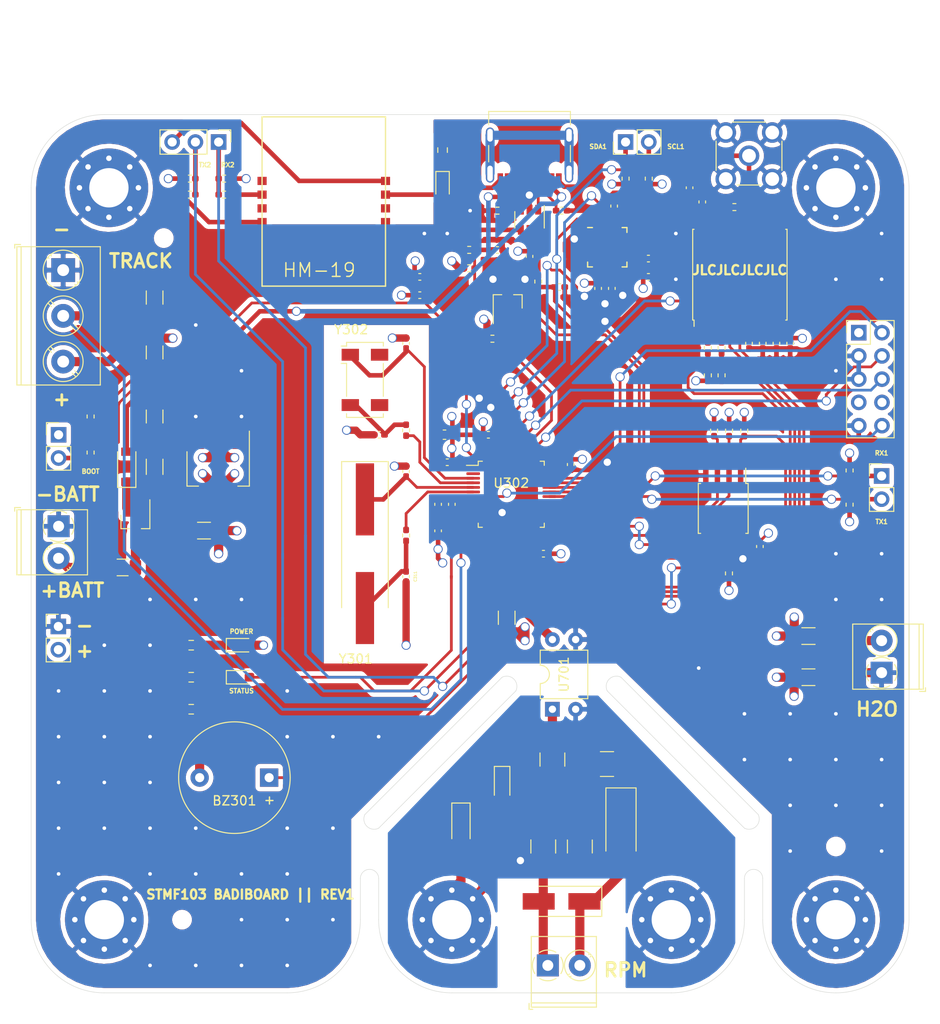
<source format=kicad_pcb>
(kicad_pcb (version 20211014) (generator pcbnew)
  (layers (0 "F.Cu" signal) (1 "In1.Cu" power) (2 "In2.Cu" power) (31 "B.Cu" signal) (34 "B.Paste" user) (35 "F.Paste" user) (36 "B.SilkS" user "B.Silkscreen") (37 "F.SilkS" user "F.Silkscreen") (38 "B.Mask" user) (39 "F.Mask" user) (44 "Edge.Cuts" user))
  (net 0 "")
  (net 1 "Net-(BZ301-Pad2)")
  (net 2 "BUZZER_STATUS")
  (net 3 "Net-(C201-Pad1)")
  (net 4 "GND")
  (net 5 "+3V3")
  (net 6 "+3.3VA")
  (net 7 "HSE_IN")
  (net 8 "LSE_IN")
  (net 9 "Net-(C311-Pad1)")
  (net 10 "Net-(C312-Pad1)")
  (net 11 "+5V")
  (net 12 "Net-(C504-Pad1)")
  (net 13 "Net-(C505-Pad1)")
  (net 14 "Net-(C702-Pad1)")
  (net 15 "GND1")
  (net 16 "Net-(C805-Pad1)")
  (net 17 "Net-(D201-Pad1)")
  (net 18 "Net-(D202-Pad1)")
  (net 19 "Net-(D301-Pad1)")
  (net 20 "LED_STATUS")
  (net 21 "Net-(D601-Pad1)")
  (net 22 "Net-(D601-Pad2)")
  (net 23 "COIL_RPM")
  (net 24 "Net-(D702-Pad1)")
  (net 25 "Net-(D703-Pad1)")
  (net 26 "Net-(F201-Pad1)")
  (net 27 "+BATT")
  (net 28 "Net-(J301-Pad2)")
  (net 29 "I2C1_SCL")
  (net 30 "12C1_SDA")
  (net 31 "H2O_NTC+")
  (net 32 "USB_CONN_D-")
  (net 33 "USB_CONN_D+")
  (net 34 "SWDIO")
  (net 35 "SWCLK")
  (net 36 "SWO")
  (net 37 "Net-(J405-Pad7)")
  (net 38 "Net-(J405-Pad8)")
  (net 39 "NRST")
  (net 40 "USART1_RX")
  (net 41 "USART1_TX")
  (net 42 "TRACK_SENSOR")
  (net 43 "USART2_RX")
  (net 44 "USART2_TX")
  (net 45 "BLUETOOTH_RESET")
  (net 46 "Net-(J801-Pad1)")
  (net 47 "USB_EN")
  (net 48 "HSE_OUT")
  (net 49 "LSE_OUT")
  (net 50 "USART3_TX")
  (net 51 "USART3_RX")
  (net 52 "SPI2_MISO")
  (net 53 "SPI2_NSS_FLASH")
  (net 54 "!HOLD_FLASH")
  (net 55 "!WP_FLASH")
  (net 56 "BOOT0")
  (net 57 "USB_D+")
  (net 58 "Net-(R601-Pad2)")
  (net 59 "Net-(R602-Pad2)")
  (net 60 "Net-(R705-Pad1)")
  (net 61 "RPM_SENSOR")
  (net 62 "Net-(R801-Pad2)")
  (net 63 "Net-(R802-Pad2)")
  (net 64 "Net-(R803-Pad2)")
  (net 65 "SPI2_MOSI")
  (net 66 "SPI2_SCK")
  (net 67 "Net-(U302-Pad2)")
  (net 68 "Net-(U302-Pad16)")
  (net 69 "GPS_ONOFF")
  (net 70 "GPS_PPS")
  (net 71 "USB_D-")
  (net 72 "GPS_NRST")
  (net 73 "Net-(U302-Pad41)")
  (net 74 "Net-(U302-Pad45)")
  (net 75 "IMU_INTERRUPT")
  (net 76 "Net-(U501-Pad6)")
  (net 77 "Net-(U501-Pad7)")
  (net 78 "Net-(U601-Pad10)")
  (net 79 "Net-(U601-Pad11)")
  (net 80 "Net-(U601-Pad13)")
  (net 81 "Net-(U601-Pad14)")
  (net 82 "Net-(U601-Pad1)")
  (net 83 "Net-(U601-Pad3)")
  (net 84 "Net-(U601-Pad5)")
  (net 85 "Net-(U601-Pad6)")
  (net 86 "Net-(U601-Pad7)")
  (net 87 "Net-(U801-Pad13)")
  (net 88 "Net-(U801-Pad15)")
  (net 89 "Net-(U801-Pad16)")
  (net 90 "Net-(U801-Pad17)")
  (net 91 "Net-(U801-Pad18)")
  (net 92 "Net-(R402-Pad2)")
  (net 93 "Net-(R401-Pad1)")
  (net 94 "Net-(J404-PadB5)")
  (net 95 "Net-(J404-PadA8)")
  (net 96 "Net-(J404-PadA5)")
  (net 97 "Net-(J404-PadB8)")
  (net 98 "Net-(J404-PadS1)")
  (footprint "Capacitor_SMD:C_1206_3216Metric_Pad1.33x1.80mm_HandSolder" (layer "F.Cu") (at 90.9 77.475 180)
    (fp_text reference "C202")
    (fp_text value "10uF")
  )
  (footprint "Capacitor_SMD:C_0402_1005Metric_Pad0.74x0.62mm_HandSolder" (layer "F.Cu") (at 122 67)
    (fp_text reference "C303")
    (fp_text value "0.1uF")
  )
  (footprint "Capacitor_SMD:C_0402_1005Metric_Pad0.74x0.62mm_HandSolder" (layer "F.Cu") (at 131 70.25 -90)
    (fp_text reference "C304")
    (fp_text value "0.1uF")
  )
  (footprint "Capacitor_SMD:C_0402_1005Metric_Pad0.74x0.62mm_HandSolder" (layer "F.Cu") (at 126.5 47.5 -90)
    (fp_text reference "C401")
    (fp_text value "0.1uF")
  )
  (footprint "Capacitor_SMD:C_0402_1005Metric_Pad0.74x0.62mm_HandSolder" (layer "F.Cu") (at 139.5 49.74)
    (fp_text reference "C501")
    (fp_text value "10uF")
  )
  (footprint "Capacitor_SMD:C_0402_1005Metric_Pad0.74x0.62mm_HandSolder" (layer "F.Cu") (at 139.5 47.74)
    (fp_text reference "C503")
    (fp_text value "0.1uF")
  )
  (footprint "Capacitor_SMD:C_0402_1005Metric_Pad0.74x0.62mm_HandSolder" (layer "F.Cu") (at 135.5 51 -90)
    (fp_text reference "C504")
    (fp_text value "0.1uF")
  )
  (footprint "Capacitor_SMD:C_0402_1005Metric_Pad0.74x0.62mm_HandSolder" (layer "F.Cu") (at 135.75 42 90)
    (fp_text reference "C505")
    (fp_text value "2200pF")
  )
  (footprint "Capacitor_SMD:C_0402_1005Metric_Pad0.74x0.62mm_HandSolder" (layer "F.Cu") (at 114.5 51.74)
    (fp_text reference "C602")
    (fp_text value "0.1uF")
  )
  (footprint "Capacitor_SMD:C_0402_1005Metric_Pad0.74x0.62mm_HandSolder" (layer "F.Cu") (at 155 57 -90)
    (fp_text reference "C801")
    (fp_text value "10uF")
  )
  (footprint "Capacitor_SMD:C_0402_1005Metric_Pad0.74x0.62mm_HandSolder" (layer "F.Cu") (at 150.5 57 -90)
    (fp_text reference "C802")
    (fp_text value "0.1uF")
  )
  (footprint "Capacitor_SMD:C_0402_1005Metric_Pad0.74x0.62mm_HandSolder" (layer "F.Cu") (at 152 57 -90)
    (fp_text reference "C803")
    (fp_text value "0.1uF")
  )
  (footprint "Capacitor_SMD:C_0402_1005Metric_Pad0.74x0.62mm_HandSolder" (layer "F.Cu") (at 153.5 57 -90)
    (fp_text reference "C804")
    (fp_text value "0.1uF")
  )
  (footprint "Diode_SMD:D_SOD-123" (layer "F.Cu") (at 82.45 70.5 90)
    (fp_text reference "D201")
    (fp_text value "B5819W")
  )
  (footprint "Fuse:Fuse_1206_3216Metric" (layer "F.Cu") (at 82 81.5 180)
    (fp_text reference "F201")
    (fp_text value "500mA")
  )
  (footprint "MountingHole:MountingHole_4.3mm_M4_Pad_Via" (layer "F.Cu") (at 80 120)
    (fp_text reference "H302")
    (fp_text value "MountingHole_Pad")
  )
  (footprint "MountingHole:MountingHole_4.3mm_M4_Pad_Via" (layer "F.Cu") (at 160 40)
    (fp_text reference "H304")
    (fp_text value "MountingHole_Pad")
  )
  (footprint "MountingHole:MountingHole_4.3mm_M4_Pad_Via" (layer "F.Cu") (at 118 120)
    (fp_text reference "H305")
    (fp_text value "MountingHole_Pad")
  )
  (footprint "MountingHole:MountingHole_4.3mm_M4_Pad_Via" (layer "F.Cu") (at 142 120)
    (fp_text reference "H306")
    (fp_text value "MountingHole_Pad")
  )
  (footprint "Connector_PinHeader_2.54mm:PinHeader_1x02_P2.54mm_Vertical" (layer "F.Cu") (at 75 67)
    (fp_text reference "J301")
    (fp_text value "BOOT")
  )
  (footprint "TerminalBlock_Phoenix:TerminalBlock_Phoenix_PT-1,5-2-3.5-H_1x02_P3.50mm_Horizontal" (layer "F.Cu") (at 75 77 -90)
    (fp_text reference "J401")
    (fp_text value "BATTERY")
  )
  (footprint "Connector_PinHeader_2.54mm:PinHeader_1x02_P2.54mm_Vertical" (layer "F.Cu") (at 137 35 90)
    (fp_text reference "J402")
    (fp_text value "I2C")
  )
  (footprint "TerminalBlock_Phoenix:TerminalBlock_Phoenix_PT-1,5-2-3.5-H_1x02_P3.50mm_Horizontal" (layer "F.Cu") (at 165 93 90)
    (fp_text reference "J403")
    (fp_text value "H2O")
  )
  (footprint "TerminalBlock_Phoenix:TerminalBlock_Phoenix_PT-1,5-3-5.0-H_1x03_P5.00mm_Horizontal" (layer "F.Cu") (at 75.5 49 -90)
    (fp_text reference "J407")
    (fp_text value "CIRCUIT_SENSOR")
  )
  (footprint "TerminalBlock_Phoenix:TerminalBlock_Phoenix_PT-1,5-2-3.5-H_1x02_P3.50mm_Horizontal" (layer "F.Cu") (at 128.5 125)
    (fp_text reference "J409")
    (fp_text value "RPM")
  )
  (footprint "Inductor_SMD:L_0402_1005Metric_Pad0.77x0.64mm_HandSolder" (layer "F.Cu") (at 116.5 77.5 90)
    (fp_text reference "L301")
    (fp_text value "39nH")
  )
  (footprint "Inductor_SMD:L_0402_1005Metric_Pad0.77x0.64mm_HandSolder" (layer "F.Cu") (at 144 40 90)
    (fp_text reference "L801")
    (fp_text value "100nH")
  )
  (footprint "Resistor_SMD:R_0402_1005Metric_Pad0.72x0.64mm_HandSolder" (layer "F.Cu") (at 137 39 -90)
    (fp_text reference "R301")
    (fp_text value "2.2kΩ")
  )
  (footprint "Resistor_SMD:R_0402_1005Metric_Pad0.72x0.64mm_HandSolder" (layer "F.Cu") (at 139.54 39 -90)
    (fp_text reference "R302")
    (fp_text value "2.2kΩ")
  )
  (footprint "Resistor_SMD:R_0402_1005Metric_Pad0.72x0.64mm_HandSolder" (layer "F.Cu") (at 161.5 70.9 90)
    (fp_text reference "R303")
    (fp_text value "100kΩ")
  )
  (footprint "Resistor_SMD:R_0402_1005Metric_Pad0.72x0.64mm_HandSolder" (layer "F.Cu") (at 161.5 74.64 -90)
    (fp_text reference "R304")
    (fp_text value "100kΩ")
  )
  (footprint "Resistor_SMD:R_0402_1005Metric_Pad0.72x0.64mm_HandSolder" (layer "F.Cu") (at 93.1 39)
    (fp_text reference "R306")
    (fp_text value "100kΩ")
  )
  (footprint "Resistor_SMD:R_0402_1005Metric_Pad0.72x0.64mm_HandSolder" (layer "F.Cu") (at 89.36 39 180)
    (fp_text reference "R308")
    (fp_text value "100kΩ")
  )
  (footprint "Resistor_SMD:R_0402_1005Metric_Pad0.72x0.64mm_HandSolder" (layer "F.Cu") (at 147.5 60.5 -90)
    (fp_text reference "R309")
    (fp_text value "100kΩ")
  )
  (footprint "Resistor_SMD:R_0402_1005Metric_Pad0.72x0.64mm_HandSolder" (layer "F.Cu") (at 146 60.5 -90)
    (fp_text reference "R310")
    (fp_text value "100kΩ")
  )
  (footprint "Resistor_SMD:R_0603_1608Metric_Pad0.98x0.95mm_HandSolder" (layer "F.Cu") (at 89.5 93.5)
    (fp_text reference "R311")
    (fp_text value "1.5kΩ")
  )
  (footprint "Resistor_SMD:R_0402_1005Metric_Pad0.72x0.64mm_HandSolder" (layer "F.Cu") (at 148.32 66.55 90)
    (fp_text reference "R313")
    (fp_text value "100kΩ")
  )
  (footprint "Resistor_SMD:R_0402_1005Metric_Pad0.72x0.64mm_HandSolder" (layer "F.Cu") (at 148.31 82.15 -90)
    (fp_text reference "R315")
    (fp_text value "10kΩ")
  )
  (footprint "Resistor_SMD:R_0402_1005Metric_Pad0.72x0.64mm_HandSolder" (layer "F.Cu") (at 146.68 66.55 90)
    (fp_text reference "R316")
    (fp_text value "10kΩ")
  )
  (footprint "Resistor_SMD:R_0402_1005Metric_Pad0.72x0.64mm_HandSolder" (layer "F.Cu") (at 119.9 48.8 180)
    (fp_text reference "R319")
    (fp_text value "1.5kΩ")
  )
  (footprint "Resistor_SMD:R_0402_1005Metric_Pad0.72x0.64mm_HandSolder" (layer "F.Cu") (at 122.44 56.5)
    (fp_text reference "R320")
    (fp_text value "10kΩ")
  )
  (footprint "Resistor_SMD:R_0603_1608Metric_Pad0.98x0.95mm_HandSolder" (layer "F.Cu") (at 116.99 35.88 -90)
    (fp_text reference "R603")
    (fp_text value "1.5kΩ")
  )
  (footprint "Resistor_SMD:R_0402_1005Metric_Pad0.72x0.64mm_HandSolder" (layer "F.Cu") (at 146 57.5 90)
    (fp_text reference "R801")
    (fp_text value "0kΩ")
  )
  (footprint "Resistor_SMD:R_0402_1005Metric_Pad0.72x0.64mm_HandSolder" (layer "F.Cu") (at 147.5 57.5 90)
    (fp_text reference "R802")
    (fp_text value "0kΩ")
  )
  (footprint "Package_SO:SOIC-8_5.23x5.23mm_P1.27mm" (layer "F.Cu") (at 147.68 75.05 -90)
    (fp_text reference "U301")
    (fp_text value "W25Q128JVS")
  )
  (footprint "Package_QFP:LQFP-48_7x7mm_P0.5mm" (layer "F.Cu") (at 124.5 73.5)
    (fp_text reference "U302")
    (fp_text value "STM32F103C8T6")
  )
  (footprint "Package_TO_SOT_SMD:SOT-23-6" (layer "F.Cu") (at 126.5 43.5 -90)
    (fp_text reference "U401")
    (fp_text value "USBLC6-2SC6")
  )
  (footprint "Package_DIP:DIP-4_W7.62mm" (layer "F.Cu") (at 129 97 90)
    (fp_text reference "U701")
    (fp_text value "TLP627")
  )
  (footprint "MountingHole:MountingHole_4.3mm_M4_Pad_Via" (layer "F.Cu") (at 80.5 40)
    (fp_text reference "H301")
    (fp_text value "MountingHole_Pad")
  )
  (footprint "MountingHole:MountingHole_4.3mm_M4_Pad_Via" (layer "F.Cu") (at 160 120)
    (fp_text reference "H303")
    (fp_text value "MountingHole_Pad")
  )
  (footprint "Charleslabs_Parts:HM-11_Module" (layer "F.Cu") (at 104 42)
    (fp_text reference "U601")
    (fp_text value "HM-19")
  )
  (footprint "Connector_PinHeader_2.54mm:PinHeader_1x03_P2.54mm_Vertical" (layer "F.Cu") (at 92.5 35 -90)
    (fp_text reference "J408")
    (fp_text value "BLUETOOTH")
  )
  (footprint "Connector_PinHeader_2.54mm:PinHeader_1x02_P2.54mm_Vertical" (layer "F.Cu") (at 165 71.5)
    (fp_text reference "J406")
    (fp_text value "USART1")
  )
  (footprint "Sensor_Motion:InvenSense_QFN-24_4x4mm_P0.5mm" (layer "F.Cu") (at 135 46.5)
    (fp_text reference "U501")
    (fp_text value "MPU-6050")
  )
  (footprint "Package_TO_SOT_SMD:SOT-223-3_TabPin2" (layer "F.Cu") (at 92.45 70.7 -90)
    (fp_text reference "U201")
    (fp_text value "LD1117S33TR")
  )
  (footprint "LED_SMD:LED_0603_1608Metric_Pad1.05x0.95mm_HandSolder" (layer "F.Cu") (at 116.99 39.88 -90)
    (fp_text reference "D601")
    (fp_text value "RED")
  )
  (footprint "Capacitor_SMD:C_0402_1005Metric_Pad0.74x0.62mm_HandSolder" (layer "F.Cu") (at 134 51 -90)
    (fp_text reference "C502")
    (fp_text value "0.1uF")
  )
  (footprint "MyFootprints:JLCPCB-Tooling-Hole" (layer "F.Cu") (at 88.5 122.5)
    (fp_text reference "H307")
    (fp_text value "MountingHole")
  )
  (footprint "MyFootprints:JLCPCB-Tooling-Hole" (layer "F.Cu") (at 86.5 48)
    (fp_text reference "H308")
    (fp_text value "MountingHole")
  )
  (footprint "MyFootprints:JLCPCB-Tooling-Hole" (layer "F.Cu") (at 160 114.5)
    (fp_text reference "H309")
    (fp_text value "MountingHole")
  )
  (footprint "Connector_PinHeader_2.54mm:PinHeader_2x05_P2.54mm_Vertical" (layer "F.Cu") (at 162.5 55.84)
    (fp_text reference "J405")
    (fp_text value "SWD")
  )
  (footprint "Capacitor_SMD:C_0402_1005Metric_Pad0.74x0.62mm_HandSolder" (layer "F.Cu") (at 117.5 70 180)
    (fp_text reference "C302")
    (fp_text value "0.1uF")
  )
  (footprint "RF_GPS:ublox_MAX" (layer "F.Cu") (at 149.5 49.5 90)
    (fp_text reference "U801")
    (fp_text value "MAX-M8Q")
  )
  (footprint "Resistor_SMD:R_0402_1005Metric_Pad0.72x0.64mm_HandSolder" (layer "F.Cu") (at 113 78 90)
    (fp_text reference "R305")
    (fp_text value "787Ω")
  )
  (footprint "Capacitor_SMD:C_0402_1005Metric_Pad0.74x0.62mm_HandSolder" (layer "F.Cu") (at 113 82.5 -90)
    (fp_text reference "C311")
    (fp_text value "24pF")
  )
  (footprint "Package_TO_SOT_SMD:SOT-23_Handsoldering" (layer "F.Cu") (at 83.4 76.5 -90)
    (fp_text reference "Q201")
    (fp_text value "SI2301CDS-T1-BE3")
  )
  (footprint "Resistor_SMD:R_0603_1608Metric_Pad0.98x0.95mm_HandSolder" (layer "F.Cu") (at 89.5 90 180)
    (fp_text reference "R201")
    (fp_text value "1.5kΩ")
  )
  (footprint "Inductor_SMD:L_1206_3216Metric_Pad1.22x1.90mm_HandSolder" (layer "F.Cu") (at 85.5 70.5 -90)
    (fp_text reference "FB201")
    (fp_text value "600 @ 600 MHz")
  )
  (footprint "LED_SMD:LED_0603_1608Metric_Pad1.05x0.95mm_HandSolder" (layer "F.Cu") (at 95 90)
    (fp_text reference "D202")
    (fp_text value "GREEN")
  )
  (footprint "Capacitor_SMD:C_1210_3225Metric_Pad1.33x2.70mm_HandSolder" (layer "F.Cu") (at 132 112 -90)
    (fp_text reference "C702")
    (fp_text value "0.1uF")
  )
  (footprint "Resistor_SMD:R_1206_3216Metric_Pad1.30x1.75mm_HandSolder" (layer "F.Cu") (at 157 89)
    (fp_text reference "R702")
    (fp_text value "10kΩ")
  )
  (footprint "Resistor_SMD:R_1210_3225Metric_Pad1.30x2.65mm_HandSolder" (layer "F.Cu") (at 129 102.5 -90)
    (fp_text reference "R705")
    (fp_text value "100Ω")
  )
  (footprint "Resistor_SMD:R_1210_3225Metric_Pad1.30x2.65mm_HandSolder" (layer "F.Cu") (at 128 112 -90)
    (fp_text reference "R704")
    (fp_text value "10kΩ")
  )
  (footprint "Resistor_SMD:R_1206_3216Metric_Pad1.30x1.75mm_HandSolder" (layer "F.Cu") (at 124 87 90)
    (fp_text reference "R706")
    (fp_text value "10kΩ")
  )
  (footprint "Diode_SMD:D_SMA_Handsoldering" (layer "F.Cu") (at 136.5 110 -90)
    (fp_text reference "D702")
    (fp_text value "1N4007F")
  )
  (footprint "Diode_SMD:D_SMA_Handsoldering" (layer "F.Cu") (at 130 118 180)
    (fp_text reference "D701")
    (fp_text value "1N4007F")
  )
  (footprint "Diode_SMD:D_SOD-123" (layer "F.Cu") (at 119 109.5 -90)
    (fp_text reference "D704")
    (fp_text value "5v1")
  )
  (footprint "Diode_SMD:D_SOD-323_HandSoldering" (layer "F.Cu") (at 123.5 105.15 -90)
    (fp_text reference "D703")
    (fp_text value "1N4148WS")
  )
  (footprint "Capacitor_SMD:C_0603_1608Metric_Pad1.08x0.95mm_HandSolder" (layer "F.Cu") (at 117.2 66.99 180)
    (fp_text reference "C301")
    (fp_text value "4.7uF")
  )
  (footprint "Capacitor_SMD:C_1206_3216Metric_Pad1.33x1.80mm_HandSolder" (layer "F.Cu") (at 157 93.5)
    (fp_text reference "C701")
    (fp_text value "10uF")
  )
  (footprint "Resistor_SMD:R_1210_3225Metric_Pad1.30x2.65mm_HandSolder" (layer "F.Cu") (at 134.97 102.99)
    (fp_text reference "R703")
    (fp_text value "10kΩ")
  )
  (footprint "Capacitor_SMD:C_1206_3216Metric_Pad1.33x1.80mm_HandSolder" (layer "F.Cu") (at 85.5 58 -90)
    (fp_text reference "C703")
    (fp_text value "10uF")
  )
  (footprint "Resistor_SMD:R_0402_1005Metric_Pad0.72x0.64mm_HandSolder" (layer "F.Cu") (at 149.98 66.55 90)
    (fp_text reference "R314")
    (fp_text value "100kΩ")
  )
  (footprint "Capacitor_SMD:C_0402_1005Metric_Pad0.74x0.62mm_HandSolder" (layer "F.Cu") (at 151.69 79.21 -90)
    (fp_text reference "C308")
    (fp_text value "0.1uF")
  )
  (footprint "Capacitor_SMD:C_0402_1005Metric_Pad0.74x0.62mm_HandSolder" (layer "F.Cu") (at 129.78 50.85)
    (fp_text reference "C402")
    (fp_text value "47pF")
  )
  (footprint "Capacitor_SMD:C_0402_1005Metric_Pad0.74x0.62mm_HandSolder" (layer "F.Cu") (at 122.9875 46.8)
    (fp_text reference "C403")
    (fp_text value "47pF")
  )
  (footprint "Package_TO_SOT_SMD:SOT-23_Handsoldering" (layer "F.Cu") (at 124.11 52.45 90)
    (fp_text reference "Q301")
    (fp_text value "SI2312BDS-T1-BE3")
  )
  (footprint "Resistor_SMD:R_0402_1005Metric_Pad0.72x0.64mm_HandSolder" (layer "F.Cu") (at 119.9 46.79 180)
    (fp_text reference "R402")
    (fp_text value "22kΩ")
  )
  (footprint "Resistor_SMD:R_0402_1005Metric_Pad0.72x0.64mm_HandSolder" (layer "F.Cu") (at 127.46 50.25 -90)
    (fp_text reference "R401")
    (fp_text value "22kΩ")
  )
  (footprint "Capacitor_SMD:C_0402_1005Metric_Pad0.74x0.62mm_HandSolder" (layer "F.Cu") (at 118 74.6 90)
    (fp_text reference "C307")
    (fp_text value "0.01uF")
  )
  (footprint "Capacitor_SMD:C_0402_1005Metric_Pad0.74x0.62mm_HandSolder" (layer "F.Cu") (at 128.02 80 180)
    (fp_text reference "C305")
    (fp_text value "0.1uF")
  )
  (footprint "Connector_PinHeader_2.54mm:PinHeader_1x02_P2.54mm_Vertical" (layer "F.Cu") (at 74.975 87.95)
    (fp_text reference "J410")
    (fp_text value "POWER")
  )
  (footprint "LED_SMD:LED_0603_1608Metric_Pad1.05x0.95mm_HandSolder" (layer "F.Cu") (at 95 93.5)
    (fp_text reference "D301")
    (fp_text value "BLUE")
  )
  (footprint "Crystal:Crystal_SMD_Abracon_ABS25-4Pin_8.0x3.8mm" (layer "F.Cu") (at 108.5 61)
    (fp_text reference "Y302")
    (fp_text value "32.768KHz")
  )
  (footprint "Capacitor_SMD:C_0402_1005Metric_Pad0.74x0.62mm_HandSolder" (layer "F.Cu") (at 113 57 90)
    (fp_text reference "C310")
    (fp_text value "13pF")
  )
  (footprint "Capacitor_SMD:C_0402_1005Metric_Pad0.74x0.62mm_HandSolder" (layer "F.Cu") (at 110.07 67 180)
    (fp_text reference "C312")
    (fp_text value "13pF")
  )
  (footprint "Capacitor_SMD:C_0402_1005Metric_Pad0.74x0.62mm_HandSolder" (layer "F.Cu") (at 113 71 90)
    (fp_text reference "C309")
    (fp_text value "24pF")
  )
  (footprint "Connector_Coaxial:SMA_Molex_73251-2200_Horizontal" (layer "F.Cu") (at 150.5 36.5)
    (fp_text reference "J801")
    (fp_text value "Conn_Coaxial")
  )
  (footprint "Resistor_SMD:R_0402_1005Metric_Pad0.72x0.64mm_HandSolder" (layer "F.Cu") (at 148.9 42.11)
    (fp_text reference "R803")
    (fp_text value "10kΩ")
  )
  (footprint "Capacitor_SMD:C_0402_1005Metric_Pad0.74x0.62mm_HandSolder" (layer "F.Cu") (at 145.39 41.55 90)
    (fp_text reference "C805")
    (fp_text value "0.01uF")
  )
  (footprint "Connector_USB:USB_C_Receptacle_Palconn_UTC16-G" (layer "F.Cu") (at 126.5 36.5 180)
    (fp_text reference "J404")
    (fp_text value "USB_C_Receptacle_USB2.0")
  )
  (footprint "Resistor_SMD:R_0402_1005Metric_Pad0.72x0.64mm_HandSolder" (layer "F.Cu") (at 130 42.5 180)
    (fp_text reference "R404")
    (fp_text value "5.1kΩ")
  )
  (footprint "Resistor_SMD:R_0402_1005Metric_Pad0.72x0.64mm_HandSolder" (layer "F.Cu") (at 123 42.5)
    (fp_text reference "R403")
    (fp_text value "5.1kΩ")
  )
  (footprint "Buzzer_Beeper:Buzzer_12x9.5RM7.6" (layer "F.Cu") (at 98.025 104.475 180)
    (fp_text reference "BZ301")
    (fp_text value "Buzzer")
  )
  (footprint "Resistor_SMD:R_0603_1608Metric_Pad0.98x0.95mm_HandSolder" (layer "F.Cu") (at 89.5 97)
    (fp_text reference "R312")
    (fp_text value "100kΩ")
  )
  (footprint "Resistor_SMD:R_0402_1005Metric_Pad0.72x0.64mm_HandSolder" (layer "F.Cu") (at 78.5 68.94 -90)
    (fp_text reference "R317")
    (fp_text value "4.7kΩ")
  )
  (footprint "Resistor_SMD:R_0402_1005Metric_Pad0.72x0.64mm_HandSolder" (layer "F.Cu") (at 78.5 65 -90)
    (fp_text reference "R318")
    (fp_text value "10kΩ")
  )
  (footprint "Capacitor_SMD:C_1206_3216Metric_Pad1.33x1.80mm_HandSolder" (layer "F.Cu") (at 85.5 65 90)
    (fp_text reference "C201")
    (fp_text value "0.1uF")
  )
  (footprint "Resistor_SMD:R_1206_3216Metric_Pad1.30x1.75mm_HandSolder" (layer "F.Cu") (at 85.5 52 90)
    (fp_text reference "R701")
    (fp_text value "10kΩ")
  )
  (footprint "Resistor_SMD:R_0402_1005Metric_Pad0.72x0.64mm_HandSolder" (layer "F.Cu") (at 89.36 40.75 180)
    (fp_text reference "R602")
    (fp_text value "1kΩ")
  )
  (footprint "Resistor_SMD:R_0402_1005Metric_Pad0.72x0.64mm_HandSolder" (layer "F.Cu") (at 93.1 40.75)
    (fp_text reference "R601")
    (fp_text value "1kΩ")
  )
  (footprint "Capacitor_SMD:C_0402_1005Metric_Pad0.74x0.62mm_HandSolder" (layer "F.Cu") (at 114.5 49.74)
    (fp_text reference "C601")
    (fp_text value "10uF")
  )
  (footprint "Crystal:Crystal_SMD_HC49-SD_HandSoldering" (layer "F.Cu") (at 108.5 80 -90)
    (fp_text reference "Y301")
    (fp_text value "8MHz")
  )
  (footprint "Resistor_SMD:R_0402_1005Metric_Pad0.72x0.64mm_HandSolder" (layer "F.Cu") (at 113 66.5 -90)
    (fp_text reference "R307")
    (fp_text value "36kΩ")
  )
  (footprint "Capacitor_SMD:C_0402_1005Metric_Pad0.74x0.62mm_HandSolder" (layer "F.Cu") (at 116.5 74.6 90)
    (fp_text reference "C306")
    (fp_text value "1uF")
  )
  (gr_line (start 168 40) (end 168 120) (layer "Edge.Cuts") (width 0.05))
  (gr_line (start 152 120) (end 152 115.5) (layer "Edge.Cuts") (width 0.05))
  (gr_arc (start 160 128) (mid 154.343146 125.656854) (end 152 120) (layer "Edge.Cuts") (width 0.05))
  (gr_arc (start 108 120) (mid 105.656854 125.656854) (end 100 128) (layer "Edge.Cuts") (width 0.05))
  (gr_line (start 100 128) (end 80 128) (layer "Edge.Cuts") (width 0.05))
  (gr_line (start 142 128) (end 118 128) (layer "Edge.Cuts") (width 0.05))
  (gr_line (start 108.5 108.5) (end 123.5 93.5) (layer "Edge.Cuts") (width 0.05))
  (gr_line (start 151.5 108.5) (end 136.5 93.5) (layer "Edge.Cuts") (width 0.05))
  (gr_arc (start 135.000001 95) (mid 135.209431 93.709432) (end 136.499999 93.500001) (layer "Edge.Cuts") (width 0.05))
  (gr_arc (start 151.499999 108.5) (mid 151.290569 109.790568) (end 150.000001 109.999999) (layer "Edge.Cuts") (width 0.05))
  (gr_line (start 150 110) (end 135 95) (layer "Edge.Cuts") (width 0.05))
  (gr_line (start 110 110) (end 125 95) (layer "Edge.Cuts") (width 0.05))
  (gr_arc (start 72 40) (mid 74.343146 34.343146) (end 80 32) (layer "Edge.Cuts") (width 0.05))
  (gr_line (start 110 120) (end 110 115.5) (layer "Edge.Cuts") (width 0.05))
  (gr_arc (start 168 120) (mid 165.656854 125.656854) (end 160 128) (layer "Edge.Cuts") (width 0.05))
  (gr_line (start 72 40) (end 72 120) (layer "Edge.Cuts") (width 0.05))
  (gr_arc (start 150 120) (mid 147.656854 125.656854) (end 142 128) (layer "Edge.Cuts") (width 0.05))
  (gr_line (start 80 32) (end 160 32) (layer "Edge.Cuts") (width 0.05))
  (gr_line (start 150 120) (end 150 115.5) (layer "Edge.Cuts") (width 0.05))
  (gr_arc (start 80 128) (mid 74.343146 125.656854) (end 72 120) (layer "Edge.Cuts") (width 0.05))
  (gr_arc (start 150 115.5) (mid 151 114.5) (end 152 115.5) (layer "Edge.Cuts") (width 0.05))
  (gr_arc (start 108 115.5) (mid 109 114.5) (end 110 115.5) (layer "Edge.Cuts") (width 0.05))
  (gr_line (start 108 120) (end 108 115.5) (layer "Edge.Cuts") (width 0.05))
  (gr_arc (start 118 128) (mid 112.343146 125.656854) (end 110 120) (layer "Edge.Cuts") (width 0.05))
  (gr_arc (start 110 109.999999) (mid 108.709432 109.790569) (end 108.500001 108.500001) (layer "Edge.Cuts") (width 0.05))
  (gr_arc (start 160 32) (mid 165.656854 34.343146) (end 168 40) (layer "Edge.Cuts") (width 0.05))
  (gr_arc (start 123.5 93.500001) (mid 124.790568 93.709431) (end 124.999999 94.999999) (layer "Edge.Cuts") (width 0.05))
  (gr_text "-" (at 75.34 44.5) (layer "F.SilkS") (effects (font (size 1.5 1.5) (thickness 0.3))))
  (gr_text "+" (at 75.35 63.075) (layer "F.SilkS") (effects (font (size 1.5 1.5) (thickness 0.3))))
  (gr_text "SCL1" (at 142.5 35.5) (layer "F.SilkS") (effects (font (size 0.5 0.5) (thickness 0.125))))
  (gr_text "SDA1\n" (at 134 35.5) (layer "F.SilkS") (effects (font (size 0.5 0.5) (thickness 0.125))))
  (gr_text "POWER\n" (at 95 88.5) (layer "F.SilkS") (effects (font (size 0.5 0.5) (thickness 0.125))))
  (gr_text "STATUS\n" (at 95 95) (layer "F.SilkS") (effects (font (size 0.5 0.5) (thickness 0.125))))
  (gr_text "TX1" (at 165 76.5) (layer "F.SilkS") (effects (font (size 0.5 0.5) (thickness 0.125))))
  (gr_text "TRACK" (at 84 48) (layer "F.SilkS") (effects (font (size 1.5 1.5) (thickness 0.3))))
  (gr_text "-" (at 77.84 87.82) (layer "F.SilkS") (effects (font (size 1.5 1.5) (thickness 0.3))))
  (gr_text "RX1\n" (at 165 69) (layer "F.SilkS") (effects (font (size 0.5 0.5) (thickness 0.125))))
  (gr_text "RPM" (at 137 125.5) (layer "F.SilkS") (effects (font (size 1.5 1.5) (thickness 0.3))))
  (gr_text "-BATT" (at 76 73.5) (layer "F.SilkS") (effects (font (size 1.5 1.5) (thickness 0.3))))
  (gr_text "JLCJLCJLCJLC" (at 149.5 49) (layer "F.SilkS") (effects (font (size 1 1) (thickness 0.25))))
  (gr_text "H2O" (at 164.5 97) (layer "F.SilkS") (effects (font (size 1.5 1.5) (thickness 0.3))))
  (gr_text "TX2" (at 91 37.5) (layer "F.SilkS") (effects (font (size 0.5 0.5) (thickness 0.125))))
  (gr_text "BOOT" (at 78.5 71) (layer "F.SilkS") (effects (font (size 0.5 0.5) (thickness 0.125))))
  (gr_text "+BATT" (at 76.5 84) (layer "F.SilkS") (effects (font (size 1.5 1.5) (thickness 0.3))))
  (gr_text "STMF103 BADIBOARD || REV1" (at 95.975 117.25) (layer "F.SilkS") (effects (font (size 1 1) (thickness 0.25))))
  (gr_text "+" (at 77.85 90.575) (layer "F.SilkS") (effects (font (size 1.5 1.5) (thickness 0.3))))
  (gr_text "RX2" (at 93.5 37.5) (layer "F.SilkS") (effects (font (size 0.5 0.5) (thickness 0.125))))
  (segment (start 90.425 97.0125) (end 90.4125 97) (width 1) (layer "F.Cu") (net 1))
  (segment (start 90.425 104.475) (end 90.425 97.0125) (width 1) (layer "F.Cu") (net 1))
  (segment (start 108.525 104.475) (end 98.025 104.475) (width 0.3) (layer "F.Cu") (net 2))
  (segment (start 122.25 77.6625) (end 122.25 90.75) (width 0.3) (layer "F.Cu") (net 2))
  (segment (start 122.25 90.75) (end 108.525 104.475) (width 0.3) (layer "F.Cu") (net 2))
  (segment (start 85.5 66.5625) (end 89.1625 66.5625) (width 1) (layer "F.Cu") (net 3))
  (segment (start 88.8625 68.8375) (end 90.15 67.55) (width 1) (layer "F.Cu") (net 3))
  (segment (start 89.1625 66.5625) (end 90.15 67.55) (width 1) (layer "F.Cu") (net 3))
  (segment (start 85.5 68.8375) (end 88.8625 68.8375) (width 1) (layer "F.Cu") (net 3))
  (segment (start 85.5 68.8375) (end 85.5 66.5625) (width 1) (layer "F.Cu") (net 3))
  (segment (start 107.5 66.5) (end 108 67) (width 0.8) (layer "F.Cu") (net 4))
  (segment (start 123.3 39.132806) (end 122.432806 40) (width 0.5) (layer "F.Cu") (net 4))
  (segment (start 165 93) (end 159.0625 93) (width 1) (layer "F.Cu") (net 4))
  (segment (start 121.25 74.25) (end 122 75) (width 0.3) (layer "F.Cu") (net 4))
  (segment (start 128.6625 71.25) (end 130.5675 71.25) (width 0.3) (layer "F.Cu") (net 4))
  (segment (start 133.6925 51.875) (end 134 51.5675) (width 0.3) (layer "F.Cu") (net 4))
  (segment (start 159.0625 93) (end 158.5625 93.5) (width 1) (layer "F.Cu") (net 4))
  (segment (start 126.5 42.4) (end 126.5 40.82) (width 0.5) (layer "F.Cu") (net 4))
  (segment (start 132.5 51.875) (end 133.6925 51.875) (width 0.3) (layer "F.Cu") (net 4))
  (segment (start 122.5675 64.3175) (end 122.26 64.01) (width 0.3) (layer "F.Cu") (net 4))
  (segment (start 126.75 77.6625) (end 126.75 75.78) (width 0.3) (layer "F.Cu") (net 4))
  (segment (start 133 38.5) (end 133 37.5) (width 0.5) (layer "F.Cu") (net 4))
  (segment (start 135.75 48.45) (end 135.75 49.13) (width 0.3) (layer "F.Cu") (net 4))
  (segment (start 108 67) (end 109.5025 67) (width 0.8) (layer "F.Cu") (net 4))
  (segment (start 122.25 67.3175) (end 122.5675 67) (width 0.3) (layer "F.Cu") (net 4))
  (segment (start 136.69 50.07) (end 136.69 51.76) (width 0.3) (layer "F.Cu") (net 4))
  (segment (start 106.5 66.5) (end 107.5 66.5) (width 0.8) (layer "F.Cu") (net 4))
  (segment (start 130.5675 71.25) (end 131 70.8175) (width 0.3) (layer "F.Cu") (net 4))
  (segment (start 126.75 77.6625) (end 126.75 79.2975) (width 0.3) (layer "F.Cu") (net 4))
  (segment (start 122.5675 67) (end 122.5675 64.3175) (width 0.3) (layer "F.Cu") (net 4))
  (segment (start 123.3 39.01) (end 123.3 39.132806) (width 0.5) (layer "F.Cu") (net 4))
  (segment (start 129.7 39.29) (end 130.29001 39.88001) (width 0.5) (layer "F.Cu") (net 4))
  (segment (start 133.05 45.25) (end 131.75 45.25) (width 0.3) (layer "F.Cu") (net 4))
  (segment (start 118.2175 74.25) (end 118 74.0325) (width 0.3) (layer "F.Cu") (net 4))
  (segment (start 134.75 48.45) (end 134.75 51.55) (width 0.3) (layer "F.Cu") (net 4))
  (segment (start 131.61999 39.88001) (end 133 38.5) (width 0.5) (layer "F.Cu") (net 4))
  (segment (start 136.95 45.25) (end 136.95 45.06) (width 0.3) (layer "F.Cu") (net 4))
  (segment (start 120.3375 74.25) (end 118.2175 74.25) (width 0.3) (layer "F.Cu") (net 4))
  (segment (start 112.9925 56.425) (end 113 56.4325) (width 0.8) (layer "F.Cu") (net 4))
  (segment (start 116.5 74.0325) (end 118 74.0325) (width 0.4) (layer "F.Cu") (net 4))
  (segment (start 130.29001 39.88001) (end 131.61999 39.88001) (width 0.5) (layer "F.Cu") (net 4))
  (segment (start 120.3375 74.25) (end 121.25 74.25) (width 0.3) (layer "F.Cu") (net 4))
  (segment (start 135.75 49.13) (end 136.69 50.07) (width 0.3) (layer "F.Cu") (net 4))
  (segment (start 113 90) (end 113 83.0675) (width 0.8) (layer "F.Cu") (net 4))
  (segment (start 126.75 75.78) (end 126.47 75.5) (width 0.3) (layer "F.Cu") (net 4))
  (segment (start 136.95 45.06) (end 137.96 44.05) (width 0.3) (layer "F.Cu") (net 4))
  (segment (start 129.7 39.01) (end 129.7 39.29) (width 0.5) (layer "F.Cu") (net 4))
  (segment (start 126.75 79.2975) (end 127.4525 80) (width 0.3) (layer "F.Cu") (net 4))
  (segment (start 112.9925 70.425) (end 113 70.4325) (width 0.8) (layer "F.Cu") (net 4))
  (segment (start 111.5 56.425) (end 112.9925 56.425) (width 0.8) (layer "F.Cu") (net 4))
  (segment (start 122.432806 40) (end 120 40) (width 0.5) (layer "F.Cu") (net 4))
  (segment (start 134.75 52.675) (end 134.75 51.55) (width 0.3) (layer "F.Cu") (net 4))
  (segment (start 122.25 69.3375) (end 122.25 67.3175) (width 0.3) (layer "F.Cu") (net 4))
  (segment (start 115.0675 51.74) (end 115.0675 49.74) (width 0.5) (layer "F.Cu") (net 4))
  (segment (start 131.75 45.25) (end 131.4 45.6) (width 0.3) (layer "F.Cu") (net 4))
  (segment (start 111.725 70.425) (end 112.9925 70.425) (width 0.8) (layer "F.Cu") (net 4))
  (segment (start 126.5 40.82) (end 126.48 40.8) (width 0.5) (layer "F.Cu") (net 4))
  (via (at 136.69 51.76) (size 1) (drill 0.8) (layers "F.Cu" "B.Cu") (net 4))
  (via (at 111.725 70.425) (size 1) (drill 0.8) (layers "F.Cu" "B.Cu") (net 4))
  (via (at 160 80) (size 0.8) (drill 0.4) (layers "F.Cu" "B.Cu") (net 4))
  (via (at 110 100) (size 0.8) (drill 0.4) (layers "F.Cu" "B.Cu") (net 4))
  (via (at 100 95) (size 0.8) (drill 0.4) (layers "F.Cu" "B.Cu") (net 4))
  (via (at 165 45) (size 0.8) (drill 0.4) (layers "F.Cu" "B.Cu") (net 4))
  (via (at 80 90) (size 0.8) (drill 0.4) (layers "F.Cu" "B.Cu") (net 4))
  (via (at 80 100) (size 0.8) (drill 0.4) (layers "F.Cu" "B.Cu") (net 4))
  (via (at 75 105) (size 0.8) (drill 0.4) (layers "F.Cu" "B.Cu") (net 4))
  (via (at 155 112.5) (size 0.8) (drill 0.4) (layers "F.Cu" "B.Cu") (net 4))
  (via (at 165 50) (size 0.8) (drill 0.4) (layers "F.Cu" "B.Cu") (net 4))
  (via (at 90 85) (size 0.8) (drill 0.4) (layers "F.Cu" "B.Cu") (net 4))
  (via (at 90 65) (size 0.8) (drill 0.4) (layers "F.Cu" "B.Cu") (net 4))
  (via (at 155 97.5) (size 0.8) (drill 0.4) (layers "F.Cu" "B.Cu") (net 4))
  (via (at 90 115) (size 0.8) (drill 0.4) (layers "F.Cu" "B.Cu") (net 4))
  (via (at 160 60) (size 0.8) (drill 0.4) (layers "F.Cu" "B.Cu") (net 4))
  (via (at 113 90) (size 1) (drill 0.8) (layers "F.Cu" "B.Cu") (net 4))
  (via (at 100 100) (size 0.8) (drill 0.4) (layers "F.Cu" "B.Cu") (net 4))
  (via (at 126.48 40.8) (size 1) (drill 0.8) (layers "F.Cu" "B.Cu") (net 4))
  (via (at 90 125) (size 0.8) (drill 0.4) (layers "F.Cu" "B.Cu") (net 4))
  (via (at 95 85) (size 0.8) (drill 0.4) (layers "F.Cu" "B.Cu") (net 4))
  (via (at 85 85) (size 0.8) (drill 0.4) (layers "F.Cu" "B.Cu") (net 4))
  (via (at 106.5 66.5) (size 1) (drill 0.8) (layers "F.Cu" "B.Cu") (net 4))
  (via (at 75 95) (size 0.8) (drill 0.4) (layers "F.Cu" "B.Cu") (net 4))
  (via (at 150 102.5) (size 0.8) (drill 0.4) (layers "F.Cu" "B.Cu") (net 4))
  (via (at 80 110) (size 0.8) (drill 0.4) (layers "F.Cu" "B.Cu") (net 4))
  (via (at 160 50) (size 0.8) (drill 0.4) (layers "F.Cu" "B.Cu") (net 4))
  (via (at 85 110) (size 0.8) (drill 0.4) (layers "F.Cu" "B.Cu") (net 4))
  (via (at 132.5 51.875) (size 1) (drill 0.8) (layers "F.Cu" "B.Cu") (net 4))
  (via (at 75 115) (size 0.8) (drill 0.4) (layers "F.Cu" "B.Cu") (net 4))
  (via (at 111.5 56.425) (size 1) (drill 0.8) (layers "F.Cu" "B.Cu") (net 4))
  (via (at 135 70) (size 1) (drill 0.8) (layers "F.Cu" "B.Cu") (net 4))
  (via (at 95 65) (size 0.8) (drill 0.4) (layers "F.Cu" "B.Cu") (net 4))
  (via (at 95 120) (size 0.8) (drill 0.4) (layers "F.Cu" "B.Cu") (net 4))
  (via (at 160 102.5) (size 0.8) (drill 0.4) (layers "F.Cu" "B.Cu") (net 4))
  (via (at 160 85) (size 0.8) (drill 0.4) (layers "F.Cu" "B.Cu") (net 4))
  (via (at 120 42.5) (size 0.8) (drill 0.4) (layers "F.Cu" "B.Cu") (net 4))
  (via (at 165 112.5) (size 0.8) (drill 0.4) (layers "F.Cu" "B.Cu") (net 4))
  (via (at 131.4 45.6) (size 1) (drill 0.8) (layers "F.Cu" "B.Cu") (net 4))
  (via (at 95 60) (size 0.8) (drill 0.4) (layers "F.Cu" "B.Cu") (net 4))
  (via (at 100 115) (size 0.8) (drill 0.4) (layers "F.Cu" "B.Cu") (net 4))
  (via (at 165 85) (size 0.8) (drill 0.4) (layers "F.Cu" "B.Cu") (net 4))
  (via (at 95 115) (size 0.8) (drill 0.4) (layers "F.Cu" "B.Cu") (net 4))
  (via (at 75 110) (size 0.8) (drill 0.4) (layers "F.Cu" "B.Cu") (net 4))
  (via (at 80 105) (size 0.8) (drill 0.4) (layers "F.Cu" "B.Cu") (net 4))
  (via (at 155 102.5) (size 0.8) (drill 0.4) (layers "F.Cu" "B.Cu") (net 4))
  (via (at 155 107.5) (size 0.8) (drill 0.4) (layers "F.Cu" "B.Cu") (net 4))
  (via (at 105 100) (size 0.8) (drill 0.4) (layers "F.Cu" "B.Cu") (net 4))
  (via (at 80 95) (size 0.8) (drill 0.4) (layers "F.Cu" "B.Cu") (net 4))
  (via (at 160 107.5) (size 0.8) (drill 0.4) (layers "F.Cu" "B.Cu") (net 4))
  (via (at 85 125) (size 0.8) (drill 0.4) (layers "F.Cu" "B.Cu") (net 4))
  (via (at 123.5 75.5) (size 1) (drill 0.8) (layers "F.Cu" "B.Cu") (net 4))
  (via (at 75 100) (size 0.8) (drill 0.4) (layers "F.Cu" "B.Cu") (net 4))
  (via (at 165 107.5) (size 0.8) (drill 0.4) (layers "F.Cu" "B.Cu") (net 4))
  (via (at 122.26 64.01) (size 1) (drill 0.8) (layers "F.Cu" "B.Cu") (net 4))
  (via (at 85 100) (size 0.8) (drill 0.4) (layers "F.Cu" "B.Cu") (net 4))
  (via (at 85 90) (size 0.8) (drill 0.4) (layers "F.Cu" "B.Cu") (net 4))
  (via (at 165 80) (size 0.8) (drill 0.4) (layers "F.Cu" "B.Cu") (net 4))
  (via (at 105 120) (size 0.8) (drill 0.4) (layers "F.Cu" "B.Cu") (net 4))
  (via (at 165 102.5) (size 0.8) (drill 0.4) (layers "F.Cu" "B.Cu") (net 4))
  (via (at 100 110) (size 0.8) (drill 0.4) (layers "F.Cu" "B.Cu") (net 4))
  (via (at 115 45) (size 0.8) (drill 0.4) (layers "F.Cu" "B.Cu") (net 4))
  (via (at 90 110) (size 0.8) (drill 0.4) (layers "F.Cu" "B.Cu") (net 4))
  (via (at 142.5 45) (size 0.8) (drill 0.4) (layers "F.Cu" "B.Cu") (net 4))
  (via (at 145 92.5) (size 0.8) (drill 0.4) (layers "F.Cu" "B.Cu") (net 4))
  (via (at 142.5 50) (size 0.8) (drill 0.4) (layers "F.Cu" "B.Cu") (net 4))
  (via (at 149.83 80.55) (size 1) (drill 0.8) (layers "F.Cu" "B.Cu") (net 4))
  (via (at 134.75 52.675) (size 1) (drill 0.8) (layers "F.Cu" "B.Cu") (net 4))
  (via (at 90 55) (size 0.8) (drill 0.4) (layers "F.Cu" "B.Cu") (net 4))
  (via (at 85 95) (size 0.8) (drill 0.4) (layers "F.Cu" "B.Cu") (net 4))
  (via (at 85 105) (size 0.8) (drill 0.4) (layers "F.Cu" "B.Cu") (net 4))
  (via (at 160 97.5) (size 0.8) (drill 0.4) (layers "F.Cu" "B.Cu") (net 4))
  (via (at 117.5 45) (size 0.8) (drill 0.4) (layers "F.Cu" "B.Cu") (net 4))
  (via (at 100 125) (size 0.8) (drill 0.4) (layers "F.Cu" "B.Cu") (net 4))
  (via (at 126 50) (size 1) (drill 0.8) (layers "F.Cu" "B.Cu") (net 4))
  (via (at 105 110) (size 0.8) (drill 0.4) (layers "F.Cu" "B.Cu") (net 4))
  (via (at 100 120) (size 0.8) (drill 0.4) (layers "F.Cu" "B.Cu") (net 4))
  (via (at 95 125) (size 0.8) (drill 0.4) (layers "F.Cu" "B.Cu") (net 4))
  (via (at 134.75 54.6) (size 1) (drill 0.8) (layers "F.Cu" "B.Cu") (net 4))
  (via (at 85 115) (size 0.8) (drill 0.4) (layers "F.Cu" "B.Cu") (net 4))
  (via (at 121 63) (size 1) (drill 0.8) (layers "F.Cu" "B.Cu") (net 4))
  (via (at 150 97.5) (size 0.8) (drill 0.4) (layers "F.Cu" "B.Cu") (net 4))
  (via (at 122.5 50) (size 1) (drill 0.8) (layers "F.Cu" "B.Cu") (net 4))
  (segment (start 80.5 59) (end 75.5 59) (width 1) (layer "F.Cu") (net 5))
  (segment (start 129.9325 70.75) (end 131 69.6825) (width 0.3) (layer "F.Cu") (net 5))
  (segment (start 155.45 89) (end 155.27 89) (width 1) (layer "F.Cu") (net 5))
  (segment (start 135.5025 39.5975) (end 135.5 39.6) (width 0.5) (layer "F.Cu") (net 5))
  (segment (start 118.0625 68.4375) (end 118 68.5) (width 0.5) (layer "F.Cu") (net 5))
  (segment (start 155 56.4325) (end 153.5 56.4325) (width 0.5) (layer "F.Cu") (net 5))
  (segment (start 85.5 54) (end 85.5 53.55) (width 1) (layer "F.Cu") (net 5))
  (segment (start 83.0625 56.4375) (end 85.5 54) (width 1) (layer "F.Cu") (net 5))
  (segment (start 124 88.55) (end 125.05 88.55) (width 1) (layer "F.Cu") (net 5))
  (segment (start 152 56.4325) (end 153.5 56.4325) (width 0.5) (layer "F.Cu") (net 5))
  (segment (start 128.5875 80) (end 129.93 80) (width 0.5) (layer "F.Cu") (net 5))
  (segment (start 133.9975 50.43) (end 134 50.4325) (width 0.5) (layer "F.Cu") (net 5))
  (segment (start 152.62 77.75) (end 152.5825 77.75) (width 0.3) (layer "F.Cu") (net 5))
  (segment (start 92.45 73.85) (end 92.45 73.05) (width 1) (layer "F.Cu") (net 5))
  (segment (start 137 39.5975) (end 135.5025 39.5975) (width 0.5) (layer "F.Cu") (net 5))
  (segment (start 155.4375 93.5) (end 155.4375 93.3475) (width 1) (layer "F.Cu") (net 5))
  (segment (start 116.5 79.5) (end 116.5 78.0725) (width 0.5) (layer "F.Cu") (net 5))
  (segment (start 126.5 46.9325) (end 125.2325 46.9325) (width 0.5) (layer "F.Cu") (net 5))
  (segment (start 80.5 59) (end 83.0625 56.4375) (width 1) (layer "F.Cu") (net 5))
  (segment (start 139.54 39.5975) (end 140.9875 39.5975) (width 0.5) (layer "F.Cu") (net 5))
  (segment (start 151.7 56.1325) (end 152 56.4325) (width 0.5) (layer "F.Cu") (net 5))
  (segment (start 116.5 80.5) (end 117 81) (width 0.5) (layer "F.Cu") (net 5))
  (segment (start 132.5 50.43) (end 133.9975 50.43) (width 0.5) (layer "F.Cu") (net 5))
  (segment (start 118.0675 66.995) (end 118.0625 66.99) (width 0.5) (layer "F.Cu") (net 5))
  (segment (start 161.5 76.5) (end 161.5 75.2375) (width 0.5) (layer "F.Cu") (net 5))
  (segment (start 148.33 64.55) (end 148.33 65.9425) (width 0.5) (layer "F.Cu") (net 5))
  (segment (start 120.3375 70.75) (end 118.8175 70.75) (width 0.3) (layer "F.Cu") (net 5))
  (segment (start 119.3025 48.8) (end 118.8 48.8) (width 0.8) (layer "F.Cu") (net 5))
  (segment (start 121.8425 54.7125) (end 121.5 54.37) (width 0.8) (layer "F.Cu") (net 5))
  (segment (start 126.5 46.9325) (end 126.5 44.6) (width 0.5) (layer "F.Cu") (net 5))
  (segment (start 94.475 77.475) (end 94.5 77.5) (width 1) (layer "F.Cu") (net 5))
  (segment (start 138.93 49.7425) (end 138.9325 49.74) (width 0.5) (layer "F.Cu") (net 5))
  (segment (start 87.4875 56.4375) (end 87.49 56.44) (width 1) (layer "F.Cu") (net 5))
  (segment (start 151.7 54.25) (end 151.7 56.1325) (width 0.5) (layer "F.Cu") (net 5))
  (segment (start 138.9325 49.74) (end 138.9325 47.74) (width 0.5) (layer "F.Cu") (net 5))
  (segment (start 121.4325 67) (end 118.0725 67) (width 0.5) (layer "F.Cu") (net 5))
  (segment (start 153.5 93.5) (end 155.4375 93.5) (width 1) (layer "F.Cu") (net 5))
  (segment (start 155.43 95.58) (end 155.43 93.5075) (width 1) (layer "F.Cu") (net 5))
  (segment (start 92.4625 73.8625) (end 92.45 73.85) (width 1) (layer "F.Cu") (net 5))
  (segment (start 155 56.4325) (end 156.3025 56.4325) (width 0.5) (layer "F.Cu") (net 5))
  (segment (start 92.45 72.95) (end 90.75 71.25) (width 1) (layer "F.Cu") (net 5))
  (segment (start 93.542894 69.5) (end 92.45 68.407106) (width 1) (layer "F.Cu") (net 5))
  (segment (start 152.5825 77.75) (end 151.69 78.6425) (width 0.3) (layer "F.Cu") (net 5))
  (segment (start 136.95 47.75) (end 138.9225 47.75) (width 0.3) (layer "F.Cu") (net 5))
  (segment (start 144.6975 61.0975) (end 144.69 61.09) (width 0.5) (layer "F.Cu") (net 5))
  (segment (start 124 88.55) (end 125.45 88.55) (width 1) (layer "F.Cu") (net 5))
  (segment (start 155.43 93.5075) (end 155.4375 93.5) (width 1) (layer "F.Cu") (net 5))
  (segment (start 155.4375 93.5) (end 155.4375 93.3075) (width 1) (layer "F.Cu") (net 5))
  (segment (start 152.8 55.7325) (end 153.5 56.4325) (width 0.5) (layer "F.Cu") (net 5))
  (segment (start 126 89.5) (end 126 88) (width 1) (layer "F.Cu") (net 5))
  (segment (start 118.0625 65.0625) (end 118 65) (width 0.5) (layer "F.Cu") (net 5))
  (segment (start 92.45 68.407106) (end 92.45 67.55) (width 1) (layer "F.Cu") (net 5))
  (segment (start 112.5 51.74) (end 113.9325 51.74) (width 0.5) (layer "F.Cu") (net 5))
  (segment (start 92.45 71.2) (end 92.45 67.55) (width 1) (layer "F.Cu") (net 5))
  (segment (start 113.9225 49.75) (end 113.9325 49.74) (width 0.5) (layer "F.Cu") (net 5))
  (segment (start 127.25 77.6625) (end 127.25 78.6625) (width 0.3) (layer "F.Cu") (net 5))
  (segment (start 151.69 78.6425) (end 149.5925 78.6425) (width 0.3) (layer "F.Cu") (net 5))
  (segment (start 121.75 69.3375) (end 121.75 67.3175) (width 0.3) (layer "F.Cu") (net 5))
  (segment (start 150.6 56.3325) (end 150.5 56.4325) (width 0.5) (layer "F.Cu") (net 5))
  (segment (start 148.31 82.7475) (end 148.31 84.01) (width 0.5) (layer "F.Cu") (net 5))
  (segment (start 140.9875 39.5975) (end 140.99 39.6) (width 0.5) (layer "F.Cu") (net 5))
  (segment (start 92.45 73.05) (end 94.25 71.25) (width 1) (layer "F.Cu") (net 5))
  (segment (start 116.5 79.5) (end 116.5 80.5) (width 0.5) (layer "F.Cu") (net 5))
  (segment (start 95.875 90) (end 97.4 90) (width 1) (layer "F.Cu") (net 5))
  (segment (start 92.45 73.85) (end 92.45 72.95) (width 1) (layer "F.Cu") (net 5))
  (segment (start 92.5 80) (end 92.5 77.5125) (width 1) (layer "F.Cu") (net 5))
  (segment (start 156.3025 56.4325) (end 156.33 56.46) (width 0.5) (layer "F.Cu") (net 5))
  (segment (start 94.25 69.5) (end 93.542894 69.5) (width 1) (layer "F.Cu") (net 5))
  (segment (start 121.4325 65.6075) (end 121.44 65.6) (width 0.5) (layer "F.Cu") (net 5))
  (segment (start 92.4625 77.475) (end 92.4625 73.8625) (width 1) (layer "F.Cu") (net 5))
  (segment (start 146 61.0975) (end 144.6975 61.0975) (width 0.5) (layer "F.Cu") (net 5))
  (segment (start 121.4325 67) (end 121.4325 65.6075) (width 0.5) (layer "F.Cu") (net 5))
  (segment (start 113.9325 48.0675) (end 114 48) (width 0.5) (layer "F.Cu") (net 5))
  (segment (start 149.5925 78.6425) (end 149.585 78.65) (width 0.3) (layer "F.Cu") (net 5))
  (segment (start 150.5 56.4325) (end 152 56.4325) (width 0.5) (layer "F.Cu") (net 5))
  (segment (start 91.457106 69.5) (end 92.45 68.507106) (width 1) (layer "F.Cu") (net 5))
  (segment (start 131 69.6825) (end 132.2675 69.6825) (width 0.5) (layer "F.Cu") (net 5))
  (segment (start 148.33 65.9425) (end 148.32 65.9525) (width 0.5) (layer "F.Cu") (net 5))
  (segment (start 85.5 56.4375) (end 85.5 54) (width 1) (layer "F.Cu") (net 5))
  (segment (start 155.45 89) (end 155.45 86.93) (width 1) (layer "F.Cu") (net 5))
  (segment (start 118.0675 70) (end 118.0675 68.5675) (width 0.5) (layer "F.Cu") (net 5))
  (segment (start 155.4375 89.0125) (end 155.45 89) (width 1) (layer "F.Cu") (net 5))
  (segment (start 92.45 68.507106) (end 92.45 67.55) (width 1) (layer "F.Cu") (net 5))
  (segment (start 92.45 73.85) (end 92.45 71.2) (width 1) (layer "F.Cu") (net 5))
  (segment (start 85.5 56.4375) (end 87.4875 56.4375) (width 1) (layer "F.Cu") (net 5))
  (segment (start 138.9225 47.75) (end 138.9325 47.74) (width 0.3) (layer "F.Cu") (net 5))
  (segment (start 83.0625 56.4375) (end 85.5 56.4375) (width 1) (layer "F.Cu") (net 5))
  (segment (start 118.8175 70.75) (end 118.0675 70) (width 0.3) (layer "F.Cu") (net 5))
  (segment (start 121.75 67.3175) (end 121.4325 67) (width 0.3) (layer "F.Cu") (net 5))
  (segment (start 125.45 88.55) (end 126 88) (width 1) (layer "F.Cu") (net 5))
  (segment (start 138.93 51) (end 138.93 49.7425) (width 0.5) (layer "F.Cu") (net 5))
  (segment (start 118.0725 67) (end 118.0625 66.99) (width 0.5) (layer "F.Cu") (net 5))
  (segment (start 125.05 88.55) (end 126 89.5) (width 1) (layer "F.Cu") (net 5))
  (segment (start 92.5 77.5125) (end 92.4625 77.475) (width 1) (layer "F.Cu") (net 5))
  (segment (start 132.2675 69.6825) (end 132.27 69.68) (width 0.5) (layer "F.Cu") (net 5))
  (segment (start 118.0625 66.99) (end 118.0625 68.4375) (width 0.5) (layer "F.Cu") (net 5))
  (segment (start 149.98 64.55) (end 149.98 65.9525) (width 0.5) (layer "F.Cu") (net 5))
  (segment (start 150.6 54.25) (end 150.6 56.3325) (width 0.5) (layer "F.Cu") (net 5))
  (segment (start 161.5 70.3025) (end 161.5 69) (width 0.5) (layer "F.Cu") (net 5))
  (segment (start 118.8 48.8) (end 118 48) (width 0.8) (layer "F.Cu") (net 5))
  (segment (start 113.9325 51.74) (end 113.9325 49.74) (width 0.5) (layer "F.Cu") (net 5))
  (segment (start 127.25 78.6625) (end 128.5875 80) (width 0.3) (layer "F.Cu") (net 5))
  (segment (start 128.6625 70.75) (end 129.9325 70.75) (width 0.3) (layer "F.Cu") (net 5))
  (segment (start 153.5 89) (end 155.45 89) (width 1) (layer "F.Cu") (net 5))
  (segment (start 146.68 64.55) (end 146.68 65.9525) (width 0.5) (layer "F.Cu") (net 5))
  (segment (start 147.5 61.0975) (end 146 61.0975) (width 0.5) (layer "F.Cu") (net 5))
  (segment (start 125.2325 46.9325) (end 125.23 46.93) (width 0.5) (layer "F.Cu") (net 5))
  (segment (start 93.6975 39) (end 95.5 39) (width 0.5) (layer "F.Cu") (net 5))
  (segment (start 134.25 50.1825) (end 134 50.4325) (width 0.3) (layer "F.Cu") (net 5))
  (segment (start 87 39) (end 88.7625 39) (width 0.5) (layer "F.Cu") (net 5))
  (segment (start 92.4625 77.475) (end 94.475 77.475) (width 1) (layer "F.Cu") (net 5))
  (segment (start 121.8425 56.5) (end 121.8425 54.7125) (width 0.8) (layer "F.Cu") (net 5))
  (segment (start 110.75 49.75) (end 113.9225 49.75) (width 0.5) (layer "F.Cu") (net 5))
  (segment (start 152.8 54.25) (end 152.8 55.7325) (width 0.5) (layer "F.Cu") (net 5))
  (segment (start 118.0675 68.5675) (end 118 68.5) (width 0.5) (layer "F.Cu") (net 5))
  (segment (start 118.0625 66.99) (end 118.0625 65.0625) (width 0.5) (layer "F.Cu") (net 5))
  (segment (start 134.25 48.45) (end 134.25 50.1825) (width 0.3) (layer "F.Cu") (net 5))
  (segment (start 90.75 69.5) (end 91.457106 69.5) (width 1) (layer "F.Cu") (net 5))
  (segment (start 113.9325 49.74) (end 113.9325 48.0675) (width 0.5) (layer "F.Cu") (net 5))
  (via (at 135.5 39.6) (size 1) (drill 0.8) (layers "F.Cu" "B.Cu") (net 5))
  (via (at 138.93 51) (size 1) (drill 0.8) (layers "F.Cu" "B.Cu") (net 5))
  (via (at 148.33 64.55) (size 1) (drill 0.8) (layers "F.Cu" "B.Cu") (net 5))
  (via (at 156.33 56.46) (size 1) (drill 0.8) (layers "F.Cu" "B.Cu") (net 5))
  (via (at 92.5 80) (size 1) (drill 0.8) (layers "F.Cu" "B.Cu") (net 5))
  (via (at 146.68 64.55) (size 1) (drill 0.8) (layers "F.Cu" "B.Cu") (net 5))
  (via (at 125.23 46.93) (size 1) (drill 0.8) (layers "F.Cu" "B.Cu") (net 5))
  (via (at 161.5 69) (size 1) (drill 0.8) (layers "F.Cu" "B.Cu") (net 5))
  (via (at 121.5 54.37) (size 1) (drill 0.8) (layers "F.Cu" "B.Cu") (net 5))
  (via (at 112.5 51.74) (size 1) (drill 0.8) (layers "F.Cu" "B.Cu") (net 5))
  (via (at 94.25 69.5) (size 1) (drill 0.8) (layers "F.Cu" "B.Cu") (net 5))
  (via (at 114 48) (size 1) (drill 0.8) (layers "F.Cu" "B.Cu") (net 5))
  (via (at 87 39) (size 1) (drill 0.8) (layers "F.Cu" "B.Cu") (net 5))
  (via (at 97.4 90) (size 1) (drill 0.8) (layers "F.Cu" "B.Cu") (net 5))
  (via (at 94.5 77.5) (size 1) (drill 0.8) (layers "F.Cu" "B.Cu") (net 5))
  (via (at 87.49 56.44) (size 1) (drill 0.8) (layers "F.Cu" "B.Cu") (net 5))
  (via (at 132.5 50.43) (size 1) (drill 0.8) (layers "F.Cu" "B.Cu") (net 5))
  (via (at 152.62 77.75) (size 1) (drill 0.8) (layers "F.Cu" "B.Cu") (net 5))
  (via (at 95.5 39) (size 1) (drill 0.8) (layers "F.Cu" "B.Cu") (net 5))
  (via (at 132.27 69.68) (size 1) (drill 0.8) (layers "F.Cu" "B.Cu") (net 5))
  (via (at 90.75 69.5) (size 1) (drill 0.8) (layers "F.Cu" "B.Cu") (net 5))
  (via (at 118 68.5) (size 1) (drill 0.8) (layers "F.Cu" "B.Cu") (net 5))
  (via (at 155.45 86.93) (size 1) (drill 0.8) (layers "F.Cu" "B.Cu") (net 5))
  (via (at 149.98 64.55) (size 1) (drill 0.8) (layers "F.Cu" "B.Cu") (net 5))
  (via (at 153.5 89) (size 1) (drill 0.8) (layers "F.Cu" "B.Cu") (net 5))
  (via (at 155.43 95.58) (size 1) (drill 0.8) (layers "F.Cu" "B.Cu") (net 5))
  (via (at 129.93 80) (size 1) (drill 0.8) (layers "F.Cu" "B.Cu") (net 5))
  (via (at 140.99 39.6) (size 1) (drill 0.8) (layers "F.Cu" "B.Cu") (net 5))
  (via (at 118 48) (size 1) (drill 0.8) (layers "F.Cu" "B.Cu") (net 5))
  (via (at 153.5 93.5) (size 1) (drill 0.8) (layers "F.Cu" "B.Cu") (net 5))
  (via (at 126 89.5) (size 1) (drill 0.8) (layers "F.Cu" "B.Cu") (net 5))
  (via (at 148.31 84.01) (size 1) (drill 0.8) (layers "F.Cu" "B.Cu") (net 5))
  (via (at 126 88) (size 1) (drill 0.8) (layers "F.Cu" "B.Cu") (net 5))
  (via (at 144.69 61.09) (size 1) (drill 0.8) (layers "F.Cu" "B.Cu") (net 5))
  (via (at 116.5 79.5) (size 1) (drill 0.8) (layers "F.Cu" "B.Cu") (net 5))
  (via (at 90.75 71.25) (size 1) (drill 0.8) (layers "F.Cu" "B.Cu") (net 5))
  (via (at 117 81) (size 1) (drill 0.8) (layers "F.Cu" "B.Cu") (net 5))
  (via (at 118 65) (size 1) (drill 0.8) (layers "F.Cu" "B.Cu") (net 5))
  (via (at 121.44 65.6) (size 1) (drill 0.8) (layers "F.Cu" "B.Cu") (net 5))
  (via (at 94.25 71.25) (size 1) (drill 0.8) (layers "F.Cu" "B.Cu") (net 5))
  (via (at 161.5 76.5) (size 1) (drill 0.8) (layers "F.Cu" "B.Cu") (net 5))
  (segment (start 116.5 76.9275) (end 116.5 75.1675) (width 0.4) (layer "F.Cu") (net 6))
  (segment (start 118.4175 74.75) (end 118 75.1675) (width 0.3) (layer "F.Cu") (net 6))
  (segment (start 120.3375 74.75) (end 118.4175 74.75) (width 0.3) (layer "F.Cu") (net 6))
  (segment (start 118 75.1675) (end 116.5 75.1675) (width 0.4) (layer "F.Cu") (net 6))
  (segment (start 120.3375 72.75) (end 114.1825 72.75) (width 0.3) (layer "F.Cu") (net 7))
  (segment (start 108.5 74.0625) (end 110.505 74.0625) (width 0.5) (layer "F.Cu") (net 7))
  (segment (start 114.1825 72.75) (end 113 71.5675) (width 0.3) (layer "F.Cu") (net 7))
  (segment (start 110.505 74.0625) (end 113 71.5675) (width 0.5) (layer "F.Cu") (net 7))
  (segment (start 115 59.5675) (end 113 57.5675) (width 0.3) (layer "F.Cu") (net 8))
  (segment (start 117.25 71.75) (end 115 69.5) (width 0.3) (layer "F.Cu") (net 8))
  (segment (start 109 60.5) (end 110.435 60.5) (width 0.5) (layer "F.Cu") (net 8))
  (segment (start 106.9 58.25) (end 106.9 58.4) (width 0.5) (layer "F.Cu") (net 8))
  (segment (start 113 57.935) (end 113 57.5675) (width 0.5) (layer "F.Cu") (net 8))
  (segment (start 120.3375 71.75) (end 117.25 71.75) (width 0.3) (layer "F.Cu") (net 8))
  (segment (start 115 69.5) (end 115 59.5675) (width 0.3) (layer "F.Cu") (net 8))
  (segment (start 106.9 58.4) (end 109 60.5) (width 0.5) (layer "F.Cu") (net 8))
  (segment (start 110.435 60.5) (end 113 57.935) (width 0.5) (layer "F.Cu") (net 8))
  (segment (start 112.505 81.9325) (end 113 81.9325) (width 0.5) (layer "F.Cu") (net 9))
  (segment (start 113 81.9325) (end 113 78.5975) (width 0.5) (layer "F.Cu") (net 9))
  (segment (start 108.5 85.9375) (end 112.505 81.9325) (width 0.5) (layer "F.Cu") (net 9))
  (segment (start 110.6375 67) (end 111.735 65.9025) (width 0.5) (layer "F.Cu") (net 10))
  (segment (start 107.475616 63.75) (end 110.6375 66.911884) (width 0.5) (layer "F.Cu") (net 10))
  (segment (start 110.6375 66.911884) (end 110.6375 67) (width 0.5) (layer "F.Cu") (net 10))
  (segment (start 111.735 65.9025) (end 113 65.9025) (width 0.5) (layer "F.Cu") (net 10))
  (segment (start 106.9 63.75) (end 107.475616 63.75) (width 0.5) (layer "F.Cu") (net 10))
  (segment (start 124.1 39.01) (end 124.1 40.09) (width 0.5) (layer "F.Cu") (net 11))
  (segment (start 97 53.5) (end 88.78999 61.71001) (width 0.5) (layer "F.Cu") (net 11))
  (segment (start 123.19 41) (end 122 41) (width 0.5) (layer "F.Cu") (net 11))
  (segment (start 82.45 68.85) (end 82.45 63.935034) (width 0.5) (layer "F.Cu") (net 11))
  (segment (start 128.9 39.01) (end 128.9 39.9) (width 0.5) (layer "F.Cu") (net 11))
  (segment (start 84.675024 61.71001) (end 82.45 63.935034) (width 0.5) (layer "F.Cu") (net 11))
  (segment (start 124.1 40.09) (end 123.19 41) (width 0.5) (layer "F.Cu") (net 11))
  (segment (start 88.78999 61.71001) (end 84.675024 61.71001) (width 0.5) (layer "F.Cu") (net 11))
  (segment (start 101 53.5) (end 97 53.5) (width 0.5) (layer "F.Cu") (net 11))
  (segment (start 128.9 39.9) (end 130 41) (width 0.5) (layer "F.Cu") (net 11))
  (via (at 101 53.5) (size 1) (drill 0.8) (layers "F.Cu" "B.Cu") (net 11))
  (via (at 122 41) (size 1) (drill 0.8) (layers "F.Cu" "B.Cu") (net 11))
  (via (at 130 41) (size 1) (drill 0.8) (layers "F.Cu" "B.Cu") (net 11))
  (segment (start 116 53.5) (end 101 53.5) (width 0.5) (layer "B.Cu") (net 11))
  (segment (start 130 41) (end 129.249999 41.750001) (width 0.5) (layer "B.Cu") (net 11))
  (segment (start 127.749999 41.750001) (end 122 47.5) (width 0.5) (layer "B.Cu") (net 11))
  (segment (start 129.249999 41.750001) (end 127.749999 41.750001) (width 0.5) (layer "B.Cu") (net 11))
  (segment (start 122 47.5) (end 116 53.5) (width 0.5) (layer "B.Cu") (net 11))
  (segment (start 122 41) (end 122 47.5) (width 0.5) (layer "B.Cu") (net 11))
  (segment (start 135.25 50.1825) (end 135.5 50.4325) (width 0.3) (layer "F.Cu") (net 12))
  (segment (start 135.25 48.45) (end 135.25 50.1825) (width 0.3) (layer "F.Cu") (net 12))
  (segment (start 135.75 44.55) (end 135.75 42.5675) (width 0.3) (layer "F.Cu") (net 13))
  (segment (start 128 110.45) (end 127.7 110.45) (width 1) (layer "F.Cu") (net 14))
  (segment (start 127.7 110.45) (end 123.5 106.25) (width 1) (layer "F.Cu") (net 14))
  (segment (start 128 110.45) (end 131.9875 110.45) (width 1) (layer "F.Cu") (net 14))
  (segment (start 132 110.4375) (end 132 104.41) (width 1) (layer "F.Cu") (net 14))
  (segment (start 132 104.41) (end 133.42 102.99) (width 1) (layer "F.Cu") (net 14))
  (segment (start 131.9875 110.45) (end 132 110.4375) (width 1) (layer "F.Cu") (net 14))
  (segment (start 125.5 113.54) (end 127.99 113.54) (width 1) (layer "F.Cu") (net 15))
  (segment (start 128 118) (end 128 124.5) (width 1) (layer "F.Cu") (net 15))
  (segment (start 121.41 113.54) (end 121.4 113.55) (width 1) (layer "F.Cu") (net 15))
  (segment (start 128 118) (end 128 113.55) (width 1) (layer "F.Cu") (net 15))
  (segment (start 128 124.5) (end 128.5 125) (width 1) (layer "F.Cu") (net 15))
  (segment (start 127.99 113.54) (end 128 113.55) (width 1) (layer "F.Cu") (net 15))
  (segment (start 121.4 116.6) (end 120.280419 117.719581) (width 1) (layer "F.Cu") (net 15))
  (segment (start 128.0125 113.5625) (end 128 113.55) (width 1) (layer "F.Cu") (net 15))
  (segment (start 125.5 113.54) (end 121.41 113.54) (width 1) (layer "F.Cu") (net 15))
  (segment (start 121.4 113.55) (end 119 111.15) (width 1) (layer "F.Cu") (net 15))
  (segment (start 119 115.775) (end 118 116.775) (width 1) (layer "F.Cu") (net 15))
  (segment (start 121.4 113.55) (end 121.4 116.6) (width 1) (layer "F.Cu") (net 15))
  (segment (start 132 113.5625) (end 128.0125 113.5625) (width 1) (layer "F.Cu") (net 15))
  (segment (start 119 111.15) (end 119 115.775) (width 1) (layer "F.Cu") (net 15))
  (via (at 125.5 113.54) (size 1) (drill 0.8) (layers "F.Cu" "B.Cu") (net 15))
  (segment (start 145.08 42.1175) (end 144 41.0375) (width 0.5) (layer "F.Cu") (net 16))
  (segment (start 145.3975 42.11) (end 145.39 42.1175) (width 0.5) (layer "F.Cu") (net 16))
  (segment (start 145.39 42.1175) (end 145.08 42.1175) (width 0.5) (layer "F.Cu") (net 16))
  (segment (start 144 41.0375) (end 144 40.5725) (width 0.5) (layer "F.Cu") (net 16))
  (segment (start 148.3025 42.11) (end 145.3975 42.11) (width 0.5) (layer "F.Cu") (net 16))
  (segment (start 85.4875 72.15) (end 85.5 72.1625) (width 1) (layer "F.Cu") (net 17))
  (segment (start 82.45 72.15) (end 85.4875 72.15) (width 1) (layer "F.Cu") (net 17))
  (segment (start 82.45 75) (end 82.45 72.15) (width 1) (layer "F.Cu") (net 17))
  (segment (start 90.4125 90) (end 94.125 90) (width 1) (layer "F.Cu") (net 18))
  (segment (start 90.4125 93.5) (end 94.125 93.5) (width 1) (layer "F.Cu") (net 19))
  (segment (start 119.2 75.25) (end 118.33 76.12) (width 0.3) (layer "F.Cu") (net 20))
  (segment (start 117.95 82.45) (end 117.95 90.55) (width 0.3) (layer "F.Cu") (net 20))
  (segment (start 118.33 76.1229) (end 117.95 76.5029) (width 0.3) (layer "F.Cu") (net 20))
  (segment (start 95.875 93.5) (end 107.5 93.5) (width 0.3) (layer "F.Cu") (net 20))
  (segment (start 109.5 95) (end 108 93.5) (width 0.3) (layer "F.Cu") (net 20))
  (segment (start 118.33 76.12) (end 118.33 76.1229) (width 0.3) (layer "F.Cu") (net 20))
  (segment (start 117.95 90.55) (end 113.5 95) (width 0.3) (layer "F.Cu") (net 20))
  (segment (start 117.95 76.5029) (end 117.95 82.45) (width 0.3) (layer "F.Cu") (net 20))
  (segment (start 113.5 95) (end 109.5 95) (width 0.3) (layer "F.Cu") (net 20))
  (segment (start 117.95 82.45) (end 117.95 82.65) (width 0.3) (layer "F.Cu") (net 20))
  (segment (start 120.3375 75.25) (end 119.2 75.25) (width 0.3) (layer "F.Cu") (net 20))
  (segment (start 108 93.5) (end 107.5 93.5) (width 0.3) (layer "F.Cu") (net 20))
  (segment (start 116.99 39.005) (end 116.99 36.7925) (width 0.5) (layer "F.Cu") (net 21))
  (segment (start 110.75 40.75) (end 116.985 40.75) (width 0.5) (layer "F.Cu") (net 22))
  (segment (start 116.985 40.75) (end 116.99 40.755) (width 0.5) (layer "F.Cu") (net 22))
  (segment (start 132.5 118) (end 133.5 118) (width 1) (layer "F.Cu") (net 23))
  (segment (start 136.5 115) (end 136.5 112.5) (width 1) (layer "F.Cu") (net 23))
  (segment (start 132 125) (end 132 118) (width 1) (layer "F.Cu") (net 23))
  (segment (start 133.5 118) (end 136.5 115) (width 1) (layer "F.Cu") (net 23))
  (segment (start 136.5 103.01) (end 136.52 102.99) (width 1) (layer "F.Cu") (net 24))
  (segment (start 136.5 107.5) (end 136.5 103.01) (width 1) (layer "F.Cu") (net 24))
  (segment (start 123.5 104.05) (end 122.8 104.05) (width 1) (layer "F.Cu") (net 25))
  (segment (start 123.5 104.05) (end 129 104.05) (width 1) (layer "F.Cu") (net 25))
  (segment (start 122.8 104.05) (end 119 107.85) (width 1) (layer "F.Cu") (net 25))
  (segment (start 83.4 81.5) (end 83.4 78) (width 1) (layer "F.Cu") (net 26))
  (segment (start 80.6 81.5) (end 76 81.5) (width 1) (layer "F.Cu") (net 27))
  (segment (start 76 81.5) (end 75 80.5) (width 1) (layer "F.Cu") (net 27))
  (segment (start 75 69.54) (end 78.4975 69.54) (width 0.5) (layer "F.Cu") (net 28))
  (segment (start 78.4975 69.54) (end 78.5 69.5375) (width 0.5) (layer "F.Cu") (net 28))
  (segment (start 134.25 42.475) (end 134.25 43.5) (width 0.3) (layer "F.Cu") (net 29))
  (segment (start 137.492499 40.450001) (end 139.54 38.4025) (width 0.3) (layer "F.Cu") (net 29))
  (segment (start 134.25 41.85) (end 133.275 40.875) (width 0.3) (layer "F.Cu") (net 29))
  (segment (start 124.75 64.575) (end 125.825 63.5) (width 0.3) (layer "F.Cu") (net 29))
  (segment (start 139.54 38.4025) (end 139.54 35) (width 0.5) (layer "F.Cu") (net 29))
  (segment (start 134.25 41.850806) (end 134.25 41.85) (width 0.3) (layer "F.Cu") (net 29))
  (segment (start 134.25 44.023942) (end 134.25 43.5) (width 0.3) (layer "F.Cu") (net 29))
  (segment (start 124.75 69.3375) (end 124.75 64.575) (width 0.3) (layer "F.Cu") (net 29))
  (segment (start 134.25 44.023942) (end 134.25 44.55) (width 0.3) (layer "F.Cu") (net 29))
  (segment (start 135.650805 40.450001) (end 137.492499 40.450001) (width 0.3) (layer "F.Cu") (net 29))
  (segment (start 134.25 41.850806) (end 135.650805 40.450001) (width 0.3) (layer "F.Cu") (net 29))
  (segment (start 134.25 42.475) (end 134.25 41.850806) (width 0.3) (layer "F.Cu") (net 29))
  (via (at 125.825 63.5) (size 1) (drill 0.8) (layers "F.Cu" "B.Cu") (net 29))
  (via (at 133.275 40.875) (size 1) (drill 0.8) (layers "F.Cu" "B.Cu") (net 29))
  (segment (start 130.330001 58.994999) (end 130.330001 43.794999) (width 0.3) (layer "B.Cu") (net 29))
  (segment (start 130.355001 43.794999) (end 130.330001 43.794999) (width 0.3) (layer "B.Cu") (net 29))
  (segment (start 125.825 63.5) (end 130.330001 58.994999) (width 0.3) (layer "B.Cu") (net 29))
  (segment (start 133.275 40.875) (end 130.355001 43.794999) (width 0.3) (layer "B.Cu") (net 29))
  (segment (start 129.48 47.793942) (end 129.47 47.783942) (width 0.3) (layer "F.Cu") (net 30))
  (segment (start 132.61 43.41) (end 133.75 44.55) (width 0.3) (layer "F.Cu") (net 30))
  (segment (start 135.47 38.03) (end 136.6275 38.03) (width 0.3) (layer "F.Cu") (net 30))
  (segment (start 131.71 43.41) (end 132.61 43.41) (width 0.3) (layer "F.Cu") (net 30))
  (segment (start 129.47 45.65) (end 131.71 43.41) (width 0.3) (layer "F.Cu") (net 30))
  (segment (start 124.25 69.3375) (end 124.25 63.325) (width 0.3) (layer "F.Cu") (net 30))
  (segment (start 129.47 47.783942) (end 129.47 45.65) (width 0.3) (layer "F.Cu") (net 30))
  (segment (start 124.25 63.325) (end 125.275 62.3) (width 0.3) (layer "F.Cu") (net 30))
  (segment (start 137 38.4025) (end 137 35) (width 0.5) (layer "F.Cu") (net 30))
  (segment (start 136.6275 38.03) (end 137 38.4025) (width 0.3) (layer "F.Cu") (net 30))
  (via (at 125.275 62.3) (size 1) (drill 0.8) (layers "F.Cu" "B.Cu") (net 30))
  (via (at 135.47 38.03) (size 1) (drill 0.8) (layers "F.Cu" "B.Cu") (net 30))
  (via (at 129.48 47.793942) (size 1) (drill 0.8) (layers "F.Cu" "B.Cu") (net 30))
  (segment (start 129.48 58.095) (end 129.48 47.793942) (width 0.3) (layer "B.Cu") (net 30))
  (segment (start 134.47 38.03) (end 129.48 43.02) (width 0.3) (layer "B.Cu") (net 30))
  (segment (start 129.48 47.793942) (end 129.48 43.02) (width 0.3) (layer "B.Cu") (net 30))
  (segment (start 125.275 62.3) (end 129.48 58.095) (width 0.3) (layer "B.Cu") (net 30))
  (segment (start 134.47 38.03) (end 135.47 38.03) (width 0.3) (layer "B.Cu") (net 30))
  (segment (start 123.75 77.6625) (end 123.75 82.25) (width 0.3) (layer "F.Cu") (net 31))
  (segment (start 137.77501 90.27501) (end 136.27501 90.27501) (width 0.4) (layer "F.Cu") (net 31))
  (segment (start 165 89.5) (end 159.05 89.5) (width 1) (layer "F.Cu") (net 31))
  (segment (start 158.55 89) (end 157.27499 90.27501) (width 0.4) (layer "F.Cu") (net 31))
  (segment (start 157.27499 90.27501) (end 137.77501 90.27501) (width 0.4) (layer "F.Cu") (net 31))
  (segment (start 130.5 84.5) (end 136.27501 90.27501) (width 0.3) (layer "F.Cu") (net 31))
  (segment (start 123.75 82.25) (end 126 84.5) (width 0.3) (layer "F.Cu") (net 31))
  (segment (start 126 84.5) (end 130.5 84.5) (width 0.3) (layer "F.Cu") (net 31))
  (segment (start 159.05 89.5) (end 158.55 89) (width 1) (layer "F.Cu") (net 31))
  (segment (start 126.25 39.01) (end 126.25 38.25) (width 0.3) (layer "F.Cu") (net 32))
  (segment (start 127.25 39.01) (end 127.25 40.311998) (width 0.3) (layer "F.Cu") (net 32))
  (segment (start 127.25 39.01) (end 127.25 38.25) (width 0.3) (layer "F.Cu") (net 32))
  (segment (start 127.25 40.311998) (end 127.45 40.511998) (width 0.3) (layer "F.Cu") (net 32))
  (segment (start 126.5 38) (end 127 38) (width 0.3) (layer "F.Cu") (net 32))
  (segment (start 127.45 40.511998) (end 127.45 42.4) (width 0.3) (layer "F.Cu") (net 32))
  (segment (start 127.25 38.25) (end 127 38) (width 0.3) (layer "F.Cu") (net 32))
  (segment (start 126.25 38.25) (end 126.5 38) (width 0.3) (layer "F.Cu") (net 32))
  (segment (start 125.75 39.01) (end 125.75 40.271998) (width 0.3) (layer "F.Cu") (net 33))
  (segment (start 126.75 39.89) (end 126.690001 39.949999) (width 0.3) (layer "F.Cu") (net 33))
  (segment (start 125.75 40.271998) (end 125.55 40.471998) (width 0.3) (layer "F.Cu") (net 33))
  (segment (start 125.55 40.471998) (end 125.55 42.4) (width 0.3) (layer "F.Cu") (net 33))
  (segment (start 126.071999 39.949999) (end 125.75 40.271998) (width 0.3) (layer "F.Cu") (net 33))
  (segment (start 126.690001 39.949999) (end 126.071999 39.949999) (width 0.3) (layer "F.Cu") (net 33))
  (segment (start 126.75 39.01) (end 126.75 39.89) (width 0.3) (layer "F.Cu") (net 33))
  (segment (start 128.6625 71.75) (end 134.95 71.75) (width 0.3) (layer "F.Cu") (net 34))
  (segment (start 136.4 70.3) (end 136.4 60.675) (width 0.3) (layer "F.Cu") (net 34))
  (segment (start 134.95 71.75) (end 136.4 70.3) (width 0.3) (layer "F.Cu") (net 34))
  (via (at 136.4 60.675) (size 1) (drill 0.8) (layers "F.Cu" "B.Cu") (net 34))
  (segment (start 162.725 53.525) (end 165.04 55.84) (width 0.3) (layer "B.Cu") (net 34))
  (segment (start 136.4 60.675) (end 139.271001 57.803999) (width 0.3) (layer "B.Cu") (net 34))
  (segment (start 157.271001 57.803999) (end 161.55 53.525) (width 0.3) (layer "B.Cu") (net 34))
  (segment (start 139.271001 57.803999) (end 157.271001 57.803999) (width 0.3) (layer "B.Cu") (net 34))
  (segment (start 161.55 53.525) (end 162.725 53.525) (width 0.3) (layer "B.Cu") (net 34))
  (segment (start 158.95 63.3) (end 158.95 62.592894) (width 0.3) (layer "F.Cu") (net 35))
  (segment (start 158.95 62.592894) (end 161.962893 59.580001) (width 0.3) (layer "F.Cu") (net 35))
  (segment (start 127.25 69.3375) (end 127.25 68.277082) (width 0.3) (layer "F.Cu") (net 35))
  (segment (start 127.25 68.277082) (end 128.263541 67.263541) (width 0.3) (layer "F.Cu") (net 35))
  (segment (start 161.962893 59.580001) (end 163.839999 59.580001) (width 0.3) (layer "F.Cu") (net 35))
  (segment (start 163.839999 59.580001) (end 165.04 58.38) (width 0.3) (layer "F.Cu") (net 35))
  (via (at 128.263541 67.263541) (size 1) (drill 0.8) (layers "F.Cu" "B.Cu") (net 35))
  (via (at 158.95 63.3) (size 1) (drill 0.8) (layers "F.Cu" "B.Cu") (net 35))
  (segment (start 128.263541 67.263541) (end 132.227082 63.3) (width 0.3) (layer "B.Cu") (net 35))
  (segment (start 132.227082 63.3) (end 158.95 63.3) (width 0.3) (layer "B.Cu") (net 35))
  (segment (start 126.25 66.862043) (end 127.159541 65.952502) (width 0.3) (layer "F.Cu") (net 36))
  (segment (start 126.25 69.3375) (end 126.25 66.862043) (width 0.3) (layer "F.Cu") (net 36))
  (via (at 127.159541 65.952502) (size 1) (drill 0.8) (layers "F.Cu" "B.Cu") (net 36))
  (segment (start 127.159541 65.952502) (end 130.992042 62.120001) (width 0.3) (layer "B.Cu") (net 36))
  (segment (start 130.992042 62.120001) (end 163.839999 62.120001) (width 0.3) (layer "B.Cu") (net 36))
  (segment (start 163.839999 62.120001) (end 165.04 60.92) (width 0.3) (layer "B.Cu") (net 36))
  (segment (start 123.65 73.75) (end 124.025 73.375) (width 0.3) (layer "F.Cu") (net 39))
  (segment (start 120.3375 73.75) (end 123.65 73.75) (width 0.3) (layer "F.Cu") (net 39))
  (via (at 124.025 73.375) (size 1) (drill 0.8) (layers "F.Cu" "B.Cu") (net 39))
  (segment (start 135.97 67.200001) (end 163.839999 67.200001) (width 0.3) (layer "B.Cu") (net 39))
  (segment (start 129.795001 73.375) (end 135.97 67.200001) (width 0.3) (layer "B.Cu") (net 39))
  (segment (start 124.025 73.375) (end 129.795001 73.375) (width 0.3) (layer "B.Cu") (net 39))
  (segment (start 163.839999 67.200001) (end 165.04 66) (width 0.3) (layer "B.Cu") (net 39))
  (segment (start 159.125 71.5) (end 161.4975 71.5) (width 0.3) (layer "F.Cu") (net 40))
  (segment (start 161.5 71.4975) (end 164.9975 71.4975) (width 0.5) (layer "F.Cu") (net 40))
  (segment (start 128.6625 73.25) (end 138.5 73.25) (width 0.3) (layer "F.Cu") (net 40))
  (segment (start 164.9975 71.4975) (end 165 71.5) (width 0.5) (layer "F.Cu") (net 40))
  (segment (start 161.4975 71.5) (end 161.5 71.4975) (width 0.3) (layer "F.Cu") (net 40))
  (segment (start 138.5 73.25) (end 140.25 71.5) (width 0.3) (layer "F.Cu") (net 40))
  (via (at 159.125 71.5) (size 1) (drill 0.8) (layers "F.Cu" "B.Cu") (net 40))
  (via (at 140.25 71.5) (size 1) (drill 0.8) (layers "F.Cu" "B.Cu") (net 40))
  (segment (start 140.25 71.5) (end 159.125 71.5) (width 0.3) (layer "B.Cu") (net 40))
  (segment (start 159.525 74.05) (end 161.4925 74.05) (width 0.3) (layer "F.Cu") (net 41))
  (segment (start 128.6625 73.75) (end 139.575 73.75) (width 0.3) (layer "F.Cu") (net 41))
  (segment (start 161.4925 74.05) (end 161.5 74.0425) (width 0.3) (layer "F.Cu") (net 41))
  (segment (start 139.575 73.75) (end 139.875 74.05) (width 0.3) (layer "F.Cu") (net 41))
  (segment (start 164.9975 74.0425) (end 165 74.04) (width 0.5) (layer "F.Cu") (net 41))
  (segment (start 161.5 74.0425) (end 164.9975 74.0425) (width 0.5) (layer "F.Cu") (net 41))
  (via (at 139.875 74.05) (size 1) (drill 0.8) (layers "F.Cu" "B.Cu") (net 41))
  (via (at 159.525 74.05) (size 1) (drill 0.8) (layers "F.Cu" "B.Cu") (net 41))
  (segment (start 139.875 74.05) (end 159.525 74.05) (width 0.3) (layer "B.Cu") (net 41))
  (segment (start 118.45001 76.71001) (end 118.45001 78.95001) (width 0.3) (layer "F.Cu") (net 42))
  (segment (start 118.45001 78.95001) (end 119 79.5) (width 0.3) (layer "F.Cu") (net 42))
  (segment (start 75.5 54) (end 81.95 54) (width 1) (layer "F.Cu") (net 42))
  (segment (start 120.3375 75.75) (end 119.41002 75.75) (width 0.3) (layer "F.Cu") (net 42))
  (segment (start 119.41002 75.75) (end 118.45001 76.71001) (width 0.3) (layer "F.Cu") (net 42))
  (segment (start 119 79.5) (end 119 81) (width 0.3) (layer "F.Cu") (net 42))
  (segment (start 81.95 54) (end 85.5 50.45) (width 1) (layer "F.Cu") (net 42))
  (via (at 119 81) (size 1) (drill 0.8) (layers "F.Cu" "B.Cu") (net 42))
  (segment (start 115.745502 97.0125) (end 99.4875 97.0125) (width 0.3) (layer "B.Cu") (net 42))
  (segment (start 119 81) (end 119 93.758002) (width 0.3) (layer "B.Cu") (net 42))
  (segment (start 99.4875 97.0125) (end 82.175 79.7) (width 0.3) (layer "B.Cu") (net 42))
  (segment (start 82.175 60.675) (end 75.5 54) (width 0.3) (layer "B.Cu") (net 42))
  (segment (start 82.175 79.7) (end 82.175 60.675) (width 0.3) (layer "B.Cu") (net 42))
  (segment (start 119 93.758002) (end 115.745502 97.0125) (width 0.3) (layer "B.Cu") (net 42))
  (segment (start 92.5025 39) (end 92.5025 35.0025) (width 0.5) (layer "F.Cu") (net 43))
  (segment (start 92.5025 35.0025) (end 92.5 35) (width 0.5) (layer "F.Cu") (net 43))
  (segment (start 92.5025 40.75) (end 92.5025 39) (width 0.5) (layer "F.Cu") (net 43))
  (segment (start 121.75 77.6625) (end 121.75 88.75) (width 0.3) (layer "F.Cu") (net 43))
  (segment (start 121.75 89.75) (end 117 94.5) (width 0.3) (layer "F.Cu") (net 43))
  (segment (start 121.75 88.75) (end 121.75 89.75) (width 0.3) (layer "F.Cu") (net 43))
  (via (at 117 94.5) (size 1) (drill 0.8) (layers "F.Cu" "B.Cu") (net 43))
  (segment (start 102 57.5) (end 92.5 48) (width 0.3) (layer "B.Cu") (net 43))
  (segment (start 104.5 93.5) (end 102 91) (width 0.3) (layer "B.Cu") (net 43))
  (segment (start 102 79.5) (end 102 78) (width 0.3) (layer "B.Cu") (net 43))
  (segment (start 92.5 48) (end 92.5 35) (width 0.3) (layer "B.Cu") (net 43))
  (segment (start 102 91) (end 102 78) (width 0.3) (layer "B.Cu") (net 43))
  (segment (start 116 93.5) (end 104.5 93.5) (width 0.3) (layer "B.Cu") (net 43))
  (segment (start 102 78) (end 102 57.5) (width 0.3) (layer "B.Cu") (net 43))
  (segment (start 117 94.5) (end 116 93.5) (width 0.3) (layer "B.Cu") (net 43))
  (segment (start 120.3375 88.6625) (end 120.3375 89.6625) (width 0.3) (layer "F.Cu") (net 44))
  (segment (start 89.9575 40.75) (end 89.9575 39) (width 0.5) (layer "F.Cu") (net 44))
  (segment (start 89.96 35) (end 89.96 38.9975) (width 0.5) (layer "F.Cu") (net 44))
  (segment (start 89.96 38.9975) (end 89.9575 39) (width 0.5) (layer "F.Cu") (net 44))
  (segment (start 120.3375 89.6625) (end 115 95) (width 0.3) (layer "F.Cu") (net 44))
  (segment (start 120.3375 76.25) (end 120.3375 88.6625) (width 0.3) (layer "F.Cu") (net 44))
  (via (at 115 95) (size 1) (drill 0.8) (layers "F.Cu" "B.Cu") (net 44))
  (segment (start 99.5 87) (end 99.5 80) (width 0.3) (layer "B.Cu") (net 44))
  (segment (start 99.5 87.5) (end 99.5 87) (width 0.3) (layer "B.Cu") (net 44))
  (segment (start 99.5 90.5) (end 99.5 87) (width 0.3) (layer "B.Cu") (net 44))
  (segment (start 115 95) (end 104 95) (width 0.3) (layer "B.Cu") (net 44))
  (segment (start 104 95) (end 99.5 90.5) (width 0.3) (layer "B.Cu") (net 44))
  (segment (start 89.96 49.46) (end 89.96 35) (width 0.3) (layer "B.Cu") (net 44))
  (segment (start 99.5 59) (end 89.96 49.46) (width 0.3) (layer "B.Cu") (net 44))
  (segment (start 99.5 80.5) (end 99.5 80) (width 0.3) (layer "B.Cu") (net 44))
  (segment (start 99.5 80) (end 99.5 59) (width 0.3) (layer "B.Cu") (net 44))
  (segment (start 89.51 32.91) (end 94.96 32.91) (width 0.5) (layer "F.Cu") (net 45))
  (segment (start 87.42 35) (end 89.51 32.91) (width 0.5) (layer "F.Cu") (net 45))
  (segment (start 101.3 39.25) (end 110.75 39.25) (width 0.5) (layer "F.Cu") (net 45))
  (segment (start 94.96 32.91) (end 101.3 39.25) (width 0.5) (layer "F.Cu") (net 45))
  (segment (start 150.5 39.57) (end 152.8 41.87) (width 0.5) (layer "F.Cu") (net 46))
  (segment (start 145.82 36.5) (end 144 38.32) (width 0.5) (layer "F.Cu") (net 46))
  (segment (start 150.5 36.5) (end 145.82 36.5) (width 0.5) (layer "F.Cu") (net 46))
  (segment (start 152.8 41.87) (end 152.8 44.75) (width 0.5) (layer "F.Cu") (net 46))
  (segment (start 144 38.32) (end 144 39.4275) (width 0.5) (layer "F.Cu") (net 46))
  (segment (start 150.5 36.5) (end 150.5 39.57) (width 0.5) (layer "F.Cu") (net 46))
  (segment (start 128.9 65.425) (end 128.9 62.4) (width 0.3) (layer "F.Cu") (net 47))
  (segment (start 126.75 67.575) (end 128.9 65.425) (width 0.3) (layer "F.Cu") (net 47))
  (segment (start 126.75 69.3375) (end 126.75 67.575) (width 0.3) (layer "F.Cu") (net 47))
  (segment (start 123.04 53.57) (end 123.16 53.45) (width 0.3) (layer "F.Cu") (net 47))
  (segment (start 123.0375 53.5725) (end 123.16 53.45) (width 0.3) (layer "F.Cu") (net 47))
  (segment (start 123.16 56.3775) (end 123.0375 56.5) (width 0.3) (layer "F.Cu") (net 47))
  (segment (start 123.16 53.95) (end 123.16 56.3775) (width 0.3) (layer "F.Cu") (net 47))
  (segment (start 123.0375 56.5375) (end 128.9 62.4) (width 0.3) (layer "F.Cu") (net 47))
  (segment (start 123.0375 56.5) (end 123.0375 56.5375) (width 0.3) (layer "F.Cu") (net 47))
  (segment (start 113 75.60712) (end 115.35712 73.25) (width 0.3) (layer "F.Cu") (net 48))
  (segment (start 120.3375 73.25) (end 115.35712 73.25) (width 0.3) (layer "F.Cu") (net 48))
  (segment (start 113 77.4025) (end 113 75.60712) (width 0.3) (layer "F.Cu") (net 48))
  (segment (start 113.82 67.0975) (end 114.5 67.7775) (width 0.3) (layer "F.Cu") (net 49))
  (segment (start 114.5 67.7775) (end 114.5 70) (width 0.3) (layer "F.Cu") (net 49))
  (segment (start 114.5 70) (end 116.75 72.25) (width 0.3) (layer "F.Cu") (net 49))
  (segment (start 116.75 72.25) (end 120.3375 72.25) (width 0.3) (layer "F.Cu") (net 49))
  (segment (start 113 67.0975) (end 113.82 67.0975) (width 0.3) (layer "F.Cu") (net 49))
  (segment (start 150.58576 86.5) (end 155.5 81.58576) (width 0.3) (layer "F.Cu") (net 50))
  (segment (start 125.75 77.6625) (end 125.75 80.42152) (width 0.3) (layer "F.Cu") (net 50))
  (segment (start 150.19538 59.9025) (end 147.5 59.9025) (width 0.3) (layer "F.Cu") (net 50))
  (segment (start 146 86.5) (end 150.58576 86.5) (width 0.3) (layer "F.Cu") (net 50))
  (segment (start 155.5 65.20712) (end 150.19538 59.9025) (width 0.3) (layer "F.Cu") (net 50))
  (segment (start 144.149999 84.649999) (end 146 86.5) (width 0.3) (layer "F.Cu") (net 50))
  (segment (start 155.5 81.58576) (end 155.5 65.20712) (width 0.3) (layer "F.Cu") (net 50))
  (segment (start 131.828446 81.499966) (end 134.978479 84.649999) (width 0.3) (layer "F.Cu") (net 50))
  (segment (start 134.978479 84.649999) (end 144.149999 84.649999) (width 0.3) (layer "F.Cu") (net 50))
  (segment (start 126.828446 81.499966) (end 131.828446 81.499966) (width 0.3) (layer "F.Cu") (net 50))
  (segment (start 125.75 80.42152) (end 126.828446 81.499966) (width 0.3) (layer "F.Cu") (net 50))
  (segment (start 147.5 59.9025) (end 147.5 58.0975) (width 0.5) (layer "F.Cu") (net 50))
  (segment (start 143.839999 61.839999) (end 143.839999 60.681999) (width 0.3) (layer "F.Cu") (net 51))
  (segment (start 150.37865 85.99999) (end 155 81.37864) (width 0.3) (layer "F.Cu") (net 51))
  (segment (start 144.5 62.5) (end 143.839999 61.839999) (width 0.3) (layer "F.Cu") (net 51))
  (segment (start 126.25 80.2144) (end 127.035556 80.999956) (width 0.3) (layer "F.Cu") (net 51))
  (segment (start 127.035556 80.999956) (end 132.035556 80.999956) (width 0.3) (layer "F.Cu") (net 51))
  (segment (start 152 62.5) (end 144.5 62.5) (width 0.3) (layer "F.Cu") (net 51))
  (segment (start 144.619498 59.9025) (end 146 59.9025) (width 0.3) (layer "F.Cu") (net 51))
  (segment (start 126.25 77.6625) (end 126.25 80.2144) (width 0.3) (layer "F.Cu") (net 51))
  (segment (start 146.20711 85.99999) (end 150.37865 85.99999) (width 0.3) (layer "F.Cu") (net 51))
  (segment (start 135.185589 84.149989) (end 144.357109 84.149989) (width 0.3) (layer "F.Cu") (net 51))
  (segment (start 155 81.37864) (end 155 65.5) (width 0.3) (layer "F.Cu") (net 51))
  (segment (start 143.839999 60.681999) (end 144.619498 59.9025) (width 0.3) (layer "F.Cu") (net 51))
  (segment (start 132.035556 80.999956) (end 135.185589 84.149989) (width 0.3) (layer "F.Cu") (net 51))
  (segment (start 146 59.9025) (end 146 58.0975) (width 0.5) (layer "F.Cu") (net 51))
  (segment (start 144.357109 84.149989) (end 146.20711 85.99999) (width 0.3) (layer "F.Cu") (net 51))
  (segment (start 155 65.5) (end 152 62.5) (width 0.3) (layer "F.Cu") (net 51))
  (segment (start 128.6625 75.25) (end 129.95712 75.25) (width 0.3) (layer "F.Cu") (net 52))
  (segment (start 148.315 71.45) (end 148.315 67.1525) (width 0.3) (layer "F.Cu") (net 52))
  (segment (start 129.95712 75.25) (end 132.70712 78) (width 0.3) (layer "F.Cu") (net 52))
  (segment (start 144 78) (end 148.315 73.685) (width 0.3) (layer "F.Cu") (net 52))
  (segment (start 148.315 73.685) (end 148.315 71.45) (width 0.3) (layer "F.Cu") (net 52))
  (segment (start 148.315 67.1525) (end 148.32 67.1475) (width 0.3) (layer "F.Cu") (net 52))
  (segment (start 148.315 72.25) (end 148.315 71.45) (width 0.3) (layer "F.Cu") (net 52))
  (segment (start 132.70712 78) (end 144 78) (width 0.3) (layer "F.Cu") (net 52))
  (segment (start 150.17154 85.49998) (end 154.5 81.17152) (width 0.3) (layer "F.Cu") (net 53))
  (segment (start 136.907981 83.649979) (end 144.564219 83.649979) (width 0.3) (layer "F.Cu") (net 53))
  (segment (start 144.564219 83.649979) (end 146.41422 85.49998) (width 0.3) (layer "F.Cu") (net 53))
  (segment (start 154.5 81.17152) (end 154.5 68.13) (width 0.3) (layer "F.Cu") (net 53))
  (segment (start 128.6625 76.25) (end 129.508002 76.25) (width 0.3) (layer "F.Cu") (net 53))
  (segment (start 149.585 67.5425) (end 149.98 67.1475) (width 0.3) (layer "F.Cu") (net 53))
  (segment (start 153.5175 67.1475) (end 149.98 67.1475) (width 0.3) (layer "F.Cu") (net 53))
  (segment (start 154.5 68.13) (end 153.5175 67.1475) (width 0.3) (layer "F.Cu") (net 53))
  (segment (start 149.585 71.45) (end 149.585 67.5425) (width 0.3) (layer "F.Cu") (net 53))
  (segment (start 129.508002 76.25) (end 136.907981 83.649979) (width 0.3) (layer "F.Cu") (net 53))
  (segment (start 146.41422 85.49998) (end 150.17154 85.49998) (width 0.3) (layer "F.Cu") (net 53))
  (segment (start 126.621334 81.999974) (end 131.621334 81.999974) (width 0.3) (layer "F.Cu") (net 54))
  (segment (start 148.31 81.5525) (end 142.0425 81.5525) (width 0.3) (layer "F.Cu") (net 54))
  (segment (start 148.315 81.5475) (end 148.31 81.5525) (width 0.3) (layer "F.Cu") (net 54))
  (segment (start 148.315 78.65) (end 148.315 81.5475) (width 0.3) (layer "F.Cu") (net 54))
  (segment (start 142.0425 81.5525) (end 142.02 81.53) (width 0.3) (layer "F.Cu") (net 54))
  (segment (start 135.12136 85.5) (end 142 85.5) (width 0.3) (layer "F.Cu") (net 54))
  (segment (start 131.621334 81.999974) (end 135.12136 85.5) (width 0.3) (layer "F.Cu") (net 54))
  (segment (start 125.25 77.6625) (end 125.25 80.62864) (width 0.3) (layer "F.Cu") (net 54))
  (segment (start 125.25 80.62864) (end 126.621334 81.999974) (width 0.3) (layer "F.Cu") (net 54))
  (via (at 142.02 81.53) (size 1) (drill 0.8) (layers "F.Cu" "B.Cu") (net 54))
  (via (at 142 85.5) (size 1) (drill 0.8) (layers "F.Cu" "B.Cu") (net 54))
  (segment (start 142.02 85.48) (end 142 85.5) (width 0.3) (layer "B.Cu") (net 54))
  (segment (start 142.02 81.53) (end 142.02 85.48) (width 0.3) (layer "B.Cu") (net 54))
  (segment (start 130.45712 74.25) (end 132.20712 76) (width 0.3) (layer "F.Cu") (net 55))
  (segment (start 145.29288 76) (end 147.045 74.24788) (width 0.3) (layer "F.Cu") (net 55))
  (segment (start 128.6625 74.25) (end 130.45712 74.25) (width 0.3) (layer "F.Cu") (net 55))
  (segment (start 147.045 71.45) (end 147.045 67.5125) (width 0.3) (layer "F.Cu") (net 55))
  (segment (start 147.045 67.5125) (end 146.68 67.1475) (width 0.3) (layer "F.Cu") (net 55))
  (segment (start 147.045 74.24788) (end 147.045 71.45) (width 0.3) (layer "F.Cu") (net 55))
  (segment (start 132.20712 76) (end 145.29288 76) (width 0.3) (layer "F.Cu") (net 55))
  (segment (start 119.6 63.67) (end 119.6 57.1) (width 0.3) (layer "F.Cu") (net 56))
  (segment (start 78.5 65.5) (end 82.89 61.11) (width 0.3) (layer "F.Cu") (net 56))
  (segment (start 123.75 70.77) (end 123.23 71.29) (width 0.3) (layer "F.Cu") (net 56))
  (segment (start 122.216058 71.29) (end 119.6 68.673942) (width 0.3) (layer "F.Cu") (net 56))
  (segment (start 78.5 65.5975) (end 78.5 65.5) (width 0.3) (layer "F.Cu") (net 56))
  (segment (start 123.23 71.29) (end 122.216058 71.29) (width 0.3) (layer "F.Cu") (net 56))
  (segment (start 119.6 57.1) (end 115.090001 52.590001) (width 0.3) (layer "F.Cu") (net 56))
  (segment (start 115.090001 52.590001) (end 96.129999 52.590001) (width 0.3) (layer "F.Cu") (net 56))
  (segment (start 123.75 69.3375) (end 123.75 70.77) (width 0.3) (layer "F.Cu") (net 56))
  (segment (start 96.129999 52.590001) (end 87.61 61.11) (width 0.3) (layer "F.Cu") (net 56))
  (segment (start 119.6 68.673942) (end 119.6 68.39) (width 0.3) (layer "F.Cu") (net 56))
  (segment (start 78.5 68.3425) (end 78.5 65.5975) (width 0.5) (layer "F.Cu") (net 56))
  (segment (start 82.89 61.11) (end 87.61 61.11) (width 0.3) (layer "F.Cu") (net 56))
  (via (at 119.6 63.67) (size 1) (drill 0.8) (layers "F.Cu" "B.Cu") (net 56))
  (via (at 119.6 68.39) (size 1) (drill 0.8) (layers "F.Cu" "B.Cu") (net 56))
  (segment (start 119.6 63.67) (end 119.6 68.39) (width 0.3) (layer "B.Cu") (net 56))
  (segment (start 124.81 51.45) (end 124.11 51.45) (width 0.3) (layer "F.Cu") (net 57))
  (segment (start 129.43501 56.07501) (end 124.81 51.45) (width 0.3) (layer "F.Cu") (net 57))
  (segment (start 128.6625 72.25) (end 136.04288 72.25) (width 0.3) (layer "F.Cu") (net 57))
  (segment (start 138.5 69.79288) (end 138.5 59.80712) (width 0.3) (layer "F.Cu") (net 57))
  (segment (start 136.04288 72.25) (end 138.5 69.79288) (width 0.3) (layer "F.Cu") (net 57))
  (segment (start 120.5 48.8025) (end 120.4975 48.8) (width 0.3) (layer "F.Cu") (net 57))
  (segment (start 138.5 59.80712) (end 134.76789 56.07501) (width 0.3) (layer "F.Cu") (net 57))
  (segment (start 120.4975 46.79) (end 122.41 46.79) (width 0.5) (layer "F.Cu") (net 57))
  (segment (start 120.4975 48.8) (end 120.4975 46.79) (width 0.3) (layer "F.Cu") (net 57))
  (segment (start 122.41 46.79) (end 122.42 46.8) (width 0.5) (layer "F.Cu") (net 57))
  (segment (start 124.11 51.45) (end 121.5475 51.45) (width 0.3) (layer "F.Cu") (net 57))
  (segment (start 121.5475 51.45) (end 120.5 50.4025) (width 0.3) (layer "F.Cu") (net 57))
  (segment (start 120.5 50.4025) (end 120.5 48.8025) (width 0.3) (layer "F.Cu") (net 57))
  (segment (start 134.76789 56.07501) (end 129.43501 56.07501) (width 0.3) (layer "F.Cu") (net 57))
  (segment (start 93.6975 40.75) (end 97.25 40.75) (width 0.5) (layer "F.Cu") (net 58))
  (segment (start 97.25 43.75) (end 91.4425 43.75) (width 0.5) (layer "F.Cu") (net 59))
  (segment (start 91.4425 43.75) (end 88.7625 41.07) (width 0.5) (layer "F.Cu") (net 59))
  (segment (start 88.7625 41.07) (end 88.7625 40.75) (width 0.5) (layer "F.Cu") (net 59))
  (segment (start 129 100.95) (end 129 97) (width 1) (layer "F.Cu") (net 60))
  (segment (start 122.75 77.6625) (end 122.75 84.2) (width 0.3) (layer "F.Cu") (net 61))
  (segment (start 122.75 84.2) (end 124 85.45) (width 0.3) (layer "F.Cu") (net 61))
  (segment (start 125.14707 85.45) (end 129 89.30293) (width 1) (layer "F.Cu") (net 61))
  (segment (start 124 85.45) (end 125.14707 85.45) (width 1) (layer "F.Cu") (net 61))
  (segment (start 129 89.30293) (end 129 89.38) (width 1) (layer "F.Cu") (net 61))
  (segment (start 146.2 54.25) (end 146.2 56.7025) (width 0.5) (layer "F.Cu") (net 62))
  (segment (start 146.2 56.7025) (end 146 56.9025) (width 0.5) (layer "F.Cu") (net 62))
  (segment (start 147.3 54.25) (end 147.3 56.7025) (width 0.5) (layer "F.Cu") (net 63))
  (segment (start 147.3 56.7025) (end 147.5 56.9025) (width 0.5) (layer "F.Cu") (net 63))
  (segment (start 149.5 44.75) (end 149.5 42.0975) (width 0.5) (layer "F.Cu") (net 64))
  (segment (start 138.5 77) (end 138.5 77) (width 0.3) (layer "F.Cu") (net 65))
  (segment (start 138.5 79) (end 145.425 79) (width 0.3) (layer "F.Cu") (net 65))
  (segment (start 130.25 74.75) (end 132.5 77) (width 0.3) (layer "F.Cu") (net 65))
  (segment (start 128.6625 74.75) (end 130.25 74.75) (width 0.3) (layer "F.Cu") (net 65))
  (segment (start 132.5 77) (end 138.5 77) (width 0.3) (layer "F.Cu") (net 65))
  (segment (start 145.425 79) (end 145.775 78.65) (width 0.3) (layer "F.Cu") (net 65))
  (via (at 138.5 79) (size 1) (drill 0.8) (layers "F.Cu" "B.Cu") (net 65))
  (via (at 138.5 77) (size 1) (drill 0.8) (layers "F.Cu" "B.Cu") (net 65))
  (segment (start 138.5 77) (end 138.5 79) (width 0.3) (layer "B.Cu") (net 65))
  (segment (start 145.995 80.5) (end 147.045 79.45) (width 0.3) (layer "F.Cu") (net 66))
  (segment (start 129.75 75.75) (end 134.5 80.5) (width 0.3) (layer "F.Cu") (net 66))
  (segment (start 134.5 80.5) (end 145.995 80.5) (width 0.3) (layer "F.Cu") (net 66))
  (segment (start 147.045 79.45) (end 147.045 78.65) (width 0.3) (layer "F.Cu") (net 66))
  (segment (start 128.6625 75.75) (end 129.75 75.75) (width 0.3) (layer "F.Cu") (net 66))
  (segment (start 131.20711 82.99999) (end 126.20711 82.99999) (width 0.3) (layer "F.Cu") (net 69))
  (segment (start 124.25 81.04288) (end 124.25 77.6625) (width 0.3) (layer "F.Cu") (net 69))
  (segment (start 151 87.5) (end 135.70712 87.5) (width 0.3) (layer "F.Cu") (net 69))
  (segment (start 135.70712 87.5) (end 131.20711 82.99999) (width 0.3) (layer "F.Cu") (net 69))
  (segment (start 149.5 57.649194) (end 156.5 64.649194) (width 0.3) (layer "F.Cu") (net 69))
  (segment (start 156.5 64.649194) (end 156.5 82) (width 0.3) (layer "F.Cu") (net 69))
  (segment (start 156.5 82) (end 151 87.5) (width 0.3) (layer "F.Cu") (net 69))
  (segment (start 126.20711 82.99999) (end 124.25 81.04288) (width 0.3) (layer "F.Cu") (net 69))
  (segment (start 149.5 54.25) (end 149.5 57.649194) (width 0.3) (layer "F.Cu") (net 69))
  (segment (start 136.500001 87.500001) (end 136.500003 87.500003) (width 0.3) (layer "F.Cu") (net 69))
  (segment (start 156 65) (end 156 81.79288) (width 0.3) (layer "F.Cu") (net 70))
  (segment (start 124.75 80.83576) (end 124.75 77.6625) (width 0.3) (layer "F.Cu") (net 70))
  (segment (start 148.4 57.4) (end 156 65) (width 0.3) (layer "F.Cu") (net 70))
  (segment (start 156 81.79288) (end 150.79288 87) (width 0.3) (layer "F.Cu") (net 70))
  (segment (start 135.91424 87) (end 131.414222 82.499982) (width 0.3) (layer "F.Cu") (net 70))
  (segment (start 131.414222 82.499982) (end 126.414222 82.499982) (width 0.3) (layer "F.Cu") (net 70))
  (segment (start 150.79288 87) (end 135.91424 87) (width 0.3) (layer "F.Cu") (net 70))
  (segment (start 148.4 54.25) (end 148.4 57.4) (width 0.3) (layer "F.Cu") (net 70))
  (segment (start 126.414222 82.499982) (end 124.75 80.83576) (width 0.3) (layer "F.Cu") (net 70))
  (segment (start 129.2125 50.85) (end 127.4625 50.85) (width 0.5) (layer "F.Cu") (net 71))
  (segment (start 136.25 72.75) (end 128.6625 72.75) (width 0.3) (layer "F.Cu") (net 71))
  (segment (start 139.000008 69.999992) (end 136.25 72.75) (width 0.3) (layer "F.Cu") (net 71))
  (segment (start 134.975 55.575) (end 139.000008 59.600008) (width 0.3) (layer "F.Cu") (net 71))
  (segment (start 132.391998 55.575) (end 134.975 55.575) (width 0.3) (layer "F.Cu") (net 71))
  (segment (start 127.4625 50.85) (end 127.46 50.8475) (width 0.5) (layer "F.Cu") (net 71))
  (segment (start 129.2125 52.395502) (end 132.391998 55.575) (width 0.3) (layer "F.Cu") (net 71))
  (segment (start 139.000008 59.600008) (end 139.000008 69.999992) (width 0.3) (layer "F.Cu") (net 71))
  (segment (start 129.2125 50.85) (end 129.2125 52.395502) (width 0.3) (layer "F.Cu") (net 71))
  (segment (start 153.9 53.35) (end 153.9 54.25) (width 0.3) (layer "F.Cu") (net 72))
  (segment (start 125.75 65.7) (end 126.5 64.95) (width 0.3) (layer "F.Cu") (net 72))
  (segment (start 125.75 69.3375) (end 125.75 65.7) (width 0.3) (layer "F.Cu") (net 72))
  (segment (start 141.875 52.375) (end 152.925 52.375) (width 0.3) (layer "F.Cu") (net 72))
  (segment (start 152.925 52.375) (end 153.9 53.35) (width 0.3) (layer "F.Cu") (net 72))
  (via (at 126.5 64.95) (size 1) (drill 0.8) (layers "F.Cu" "B.Cu") (net 72))
  (via (at 141.875 52.375) (size 1) (drill 0.8) (layers "F.Cu" "B.Cu") (net 72))
  (segment (start 126.5 64.95) (end 139.075 52.375) (width 0.3) (layer "B.Cu") (net 72))
  (segment (start 139.075 52.375) (end 141.875 52.375) (width 0.3) (layer "B.Cu") (net 72))
  (segment (start 122.75 68.075) (end 123.74999 67.07501) (width 0.3) (layer "F.Cu") (net 75))
  (segment (start 137.540001 49.740001) (end 136.25 48.45) (width 0.3) (layer "F.Cu") (net 75))
  (segment (start 131.649999 52.283001) (end 131.649999 50.838001) (width 0.3) (layer "F.Cu") (net 75))
  (segment (start 128.924999 48.999999) (end 129.811997 48.999999) (width 0.3) (layer "F.Cu") (net 75))
  (segment (start 137.540001 52.168001) (end 137.540001 49.740001) (width 0.3) (layer "F.Cu") (net 75))
  (segment (start 122.75 69.3375) (end 122.75 68.075) (width 0.3) (layer "F.Cu") (net 75))
  (segment (start 132.891999 53.525001) (end 136.183001 53.525001) (width 0.3) (layer "F.Cu") (net 75))
  (segment (start 131.649999 50.838001) (end 129.811997 48.999999) (width 0.3) (layer "F.Cu") (net 75))
  (segment (start 123.74999 61.90001) (end 124.425 61.225) (width 0.3) (layer "F.Cu") (net 75))
  (segment (start 123.74999 67.07501) (end 123.74999 61.90001) (width 0.3) (layer "F.Cu") (net 75))
  (segment (start 131.649999 52.283001) (end 132.891999 53.525001) (width 0.3) (layer "F.Cu") (net 75))
  (segment (start 136.183001 53.525001) (end 137.540001 52.168001) (width 0.3) (layer "F.Cu") (net 75))
  (segment (start 128.425 48.5) (end 128.924999 48.999999) (width 0.3) (layer "F.Cu") (net 75))
  (via (at 124.425 61.225) (size 1) (drill 0.8) (layers "F.Cu" "B.Cu") (net 75))
  (via (at 128.425 48.5) (size 1) (drill 0.8) (layers "F.Cu" "B.Cu") (net 75))
  (segment (start 128.425 57.225) (end 128.425 48.5) (width 0.3) (layer "B.Cu") (net 75))
  (segment (start 124.425 61.225) (end 128.425 57.225) (width 0.3) (layer "B.Cu") (net 75))
  (segment (start 119.3025 46.47) (end 121.1725 44.6) (width 0.5) (layer "F.Cu") (net 92))
  (segment (start 121.1725 44.6) (end 125.55 44.6) (width 0.5) (layer "F.Cu") (net 92))
  (segment (start 119.3025 46.79) (end 119.3025 46.47) (width 0.5) (layer "F.Cu") (net 92))
  (segment (start 127.46 49.6525) (end 127.46 44.61) (width 0.5) (layer "F.Cu") (net 93))
  (segment (start 127.46 44.61) (end 127.45 44.6) (width 0.5) (layer "F.Cu") (net 93))
  (segment (start 123.5975 41.9025) (end 123.5975 42.5) (width 0.3) (layer "F.Cu") (net 94))
  (segment (start 124.75 40.75) (end 123.5975 41.9025) (width 0.3) (layer "F.Cu") (net 94))
  (segment (start 124.75 39.01) (end 124.75 40.75) (width 0.3) (layer "F.Cu") (net 94))
  (segment (start 127.75 40.104878) (end 129.4025 41.757378) (width 0.3) (layer "F.Cu") (net 96))
  (segment (start 129.4025 41.757378) (end 129.4025 42.5) (width 0.3) (layer "F.Cu") (net 96))
  (segment (start 127.75 39.01) (end 127.75 40.104878) (width 0.3) (layer "F.Cu") (net 96))
  (segment (start 130.82 34.26) (end 130.82 38.43) (width 1) (layer "B.Cu") (net 98))
  (segment (start 122.18 34.26) (end 130.82 34.26) (width 1) (layer "B.Cu") (net 98))
  (segment (start 122.18 34.26) (end 122.18 38.43) (width 1) (layer "B.Cu") (net 98))
  (zone (net 4) (net_name "GND") (layer "F.Cu") (connect_pads (clearance 0.508)) (min_thickness 0.254) (fill yes (thermal_gap 0.508) (thermal_bridge_width 0.508))
    (polygon (pts (xy 95 32) (xy 95 44) (xy 116 44) (xy 116 32) (xy 168 32) (xy 168 128) (xy 153 128) (xy 153 108.5) (xy 136 92) (xy 124 92) (xy 107 109) (xy 107 128) (xy 72 128) (xy 72 32)))
    (polygon (pts (xy 115.5 92) (xy 115.5 73.5) (xy 121.5 73.5) (xy 121.5 71) (xy 115.5 71) (xy 115.5 55) (xy 104 55) (xy 104 92)))
  )
  (zone (net 15) (net_name "GND1") (layer "B.Cu") (connect_pads (clearance 0.508)) (min_thickness 0.254) (fill yes (thermal_gap 0.508) (thermal_bridge_width 0.508))
    (polygon (pts (xy 149 111) (xy 149 128) (xy 137 128) (xy 137 115.5) (xy 123 115.5) (xy 123 128) (xy 111 128) (xy 111 110.5) (xy 125.5 95.5) (xy 134 95.5)))
  )
  (zone (net 4) (net_name "GND") (layer "B.Cu") (connect_pads (clearance 0.508)) (min_thickness 0.254) (fill yes (thermal_gap 0.508) (thermal_bridge_width 0.508))
    (polygon (pts (xy 95 32) (xy 95 44) (xy 116 44) (xy 116 32) (xy 168 32) (xy 168 128) (xy 153 128) (xy 153 108.5) (xy 136 92) (xy 124 92) (xy 107 109) (xy 107 128) (xy 72 128) (xy 72 32)))
    (polygon (pts (xy 115.5 92) (xy 115.5 73.5) (xy 121.5 73.5) (xy 121.5 71) (xy 115.5 71) (xy 115.5 55) (xy 104 55) (xy 104 92)))
  )
)
</source>
